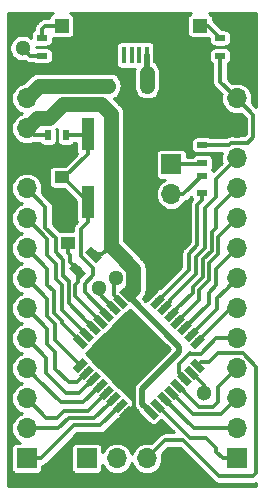
<source format=gbr>
G04 #@! TF.GenerationSoftware,KiCad,Pcbnew,(5.1.2)-1*
G04 #@! TF.CreationDate,2019-07-20T20:07:49-05:00*
G04 #@! TF.ProjectId,rSTM32F030K6T6,7253544d-3332-4463-9033-304b3654362e,rev?*
G04 #@! TF.SameCoordinates,Original*
G04 #@! TF.FileFunction,Copper,L1,Top*
G04 #@! TF.FilePolarity,Positive*
%FSLAX46Y46*%
G04 Gerber Fmt 4.6, Leading zero omitted, Abs format (unit mm)*
G04 Created by KiCad (PCBNEW (5.1.2)-1) date 2019-07-20 20:07:49*
%MOMM*%
%LPD*%
G04 APERTURE LIST*
%ADD10C,1.000000*%
%ADD11C,0.100000*%
%ADD12R,1.250000X1.000000*%
%ADD13R,0.900000X1.200000*%
%ADD14R,1.200000X1.200000*%
%ADD15R,0.450000X1.380000*%
%ADD16R,1.475000X2.100000*%
%ADD17R,2.375000X1.900000*%
%ADD18R,1.175000X1.900000*%
%ADD19O,1.700000X1.700000*%
%ADD20R,1.700000X1.700000*%
%ADD21C,0.700000*%
%ADD22R,0.900000X0.500000*%
%ADD23R,0.500000X0.900000*%
%ADD24R,1.000000X2.750000*%
%ADD25C,0.600000*%
%ADD26C,1.300000*%
%ADD27C,1.300000*%
%ADD28C,0.350000*%
%ADD29C,0.500000*%
%ADD30C,0.250000*%
G04 APERTURE END LIST*
D10*
X45892893Y-58907107D03*
D11*
G36*
X45981281Y-59702602D02*
G01*
X45097398Y-58818719D01*
X45804505Y-58111612D01*
X46688388Y-58995495D01*
X45981281Y-59702602D01*
X45981281Y-59702602D01*
G37*
D10*
X47307107Y-57492893D03*
D11*
G36*
X47395495Y-58288388D02*
G01*
X46511612Y-57404505D01*
X47218719Y-56697398D01*
X48102602Y-57581281D01*
X47395495Y-58288388D01*
X47395495Y-58288388D01*
G37*
D12*
X41600000Y-57950000D03*
X41600000Y-55950000D03*
X41050000Y-50400000D03*
X41050000Y-52400000D03*
D13*
X48300000Y-44650000D03*
X45000000Y-44650000D03*
D14*
X52770000Y-41750000D03*
X52770000Y-39550000D03*
X41050000Y-39550000D03*
X41050000Y-41750000D03*
D15*
X48290000Y-42030000D03*
X47640000Y-42030000D03*
X46990000Y-42030000D03*
X46340000Y-42030000D03*
X45690000Y-42030000D03*
D16*
X49452500Y-41670000D03*
X44527500Y-41670000D03*
D17*
X49900000Y-39370000D03*
X44080000Y-39370000D03*
D18*
X47830000Y-39370000D03*
X46150000Y-39370000D03*
D19*
X50800000Y-76200000D03*
X48260000Y-76200000D03*
X45720000Y-76200000D03*
D20*
X43180000Y-76200000D03*
X38100000Y-76200000D03*
D19*
X38100000Y-73660000D03*
X38100000Y-71120000D03*
X38100000Y-68580000D03*
X38100000Y-66040000D03*
X38100000Y-63500000D03*
X38100000Y-60960000D03*
X38100000Y-58420000D03*
X38100000Y-55880000D03*
X38100000Y-53340000D03*
X38100000Y-50800000D03*
X38100000Y-48260000D03*
X38100000Y-45720000D03*
X55880000Y-45720000D03*
X55880000Y-48260000D03*
X55880000Y-50800000D03*
X55880000Y-53340000D03*
X55880000Y-55880000D03*
X55880000Y-58420000D03*
X55880000Y-60960000D03*
X55880000Y-63500000D03*
X55880000Y-66040000D03*
X55880000Y-68580000D03*
X55880000Y-71120000D03*
X55880000Y-73660000D03*
D20*
X55880000Y-76200000D03*
D19*
X50350000Y-56380000D03*
X50350000Y-53840000D03*
D20*
X50350000Y-51300000D03*
D21*
X43771751Y-58928249D03*
D11*
G36*
X43559619Y-58221142D02*
G01*
X44478858Y-59140381D01*
X43983883Y-59635356D01*
X43064644Y-58716117D01*
X43559619Y-58221142D01*
X43559619Y-58221142D01*
G37*
D21*
X42428249Y-60271751D03*
D11*
G36*
X42216117Y-59564644D02*
G01*
X43135356Y-60483883D01*
X42640381Y-60978858D01*
X41721142Y-60059619D01*
X42216117Y-59564644D01*
X42216117Y-59564644D01*
G37*
D22*
X54470000Y-40600000D03*
X54470000Y-42100000D03*
X52950000Y-51150000D03*
X52950000Y-49650000D03*
X52950000Y-53750000D03*
X52950000Y-52250000D03*
D23*
X41400000Y-48850000D03*
X39900000Y-48850000D03*
D22*
X39370000Y-40600000D03*
X39370000Y-42100000D03*
D24*
X47250000Y-48720000D03*
X47250000Y-54480000D03*
X43250000Y-54480000D03*
X43250000Y-48720000D03*
D25*
X48625305Y-62314897D03*
D11*
G36*
X48413173Y-62951293D02*
G01*
X47988909Y-62527029D01*
X48837437Y-61678501D01*
X49261701Y-62102765D01*
X48413173Y-62951293D01*
X48413173Y-62951293D01*
G37*
D25*
X49190990Y-62880583D03*
D11*
G36*
X48978858Y-63516979D02*
G01*
X48554594Y-63092715D01*
X49403122Y-62244187D01*
X49827386Y-62668451D01*
X48978858Y-63516979D01*
X48978858Y-63516979D01*
G37*
D25*
X49756676Y-63446268D03*
D11*
G36*
X49544544Y-64082664D02*
G01*
X49120280Y-63658400D01*
X49968808Y-62809872D01*
X50393072Y-63234136D01*
X49544544Y-64082664D01*
X49544544Y-64082664D01*
G37*
D25*
X50322361Y-64011953D03*
D11*
G36*
X50110229Y-64648349D02*
G01*
X49685965Y-64224085D01*
X50534493Y-63375557D01*
X50958757Y-63799821D01*
X50110229Y-64648349D01*
X50110229Y-64648349D01*
G37*
D25*
X50888047Y-64577639D03*
D11*
G36*
X50675915Y-65214035D02*
G01*
X50251651Y-64789771D01*
X51100179Y-63941243D01*
X51524443Y-64365507D01*
X50675915Y-65214035D01*
X50675915Y-65214035D01*
G37*
D25*
X51453732Y-65143324D03*
D11*
G36*
X51241600Y-65779720D02*
G01*
X50817336Y-65355456D01*
X51665864Y-64506928D01*
X52090128Y-64931192D01*
X51241600Y-65779720D01*
X51241600Y-65779720D01*
G37*
D25*
X52019417Y-65709010D03*
D11*
G36*
X51807285Y-66345406D02*
G01*
X51383021Y-65921142D01*
X52231549Y-65072614D01*
X52655813Y-65496878D01*
X51807285Y-66345406D01*
X51807285Y-66345406D01*
G37*
D25*
X52585103Y-66274695D03*
D11*
G36*
X52372971Y-66911091D02*
G01*
X51948707Y-66486827D01*
X52797235Y-65638299D01*
X53221499Y-66062563D01*
X52372971Y-66911091D01*
X52372971Y-66911091D01*
G37*
D25*
X52585103Y-68325305D03*
D11*
G36*
X51948707Y-68113173D02*
G01*
X52372971Y-67688909D01*
X53221499Y-68537437D01*
X52797235Y-68961701D01*
X51948707Y-68113173D01*
X51948707Y-68113173D01*
G37*
D25*
X52019417Y-68890990D03*
D11*
G36*
X51383021Y-68678858D02*
G01*
X51807285Y-68254594D01*
X52655813Y-69103122D01*
X52231549Y-69527386D01*
X51383021Y-68678858D01*
X51383021Y-68678858D01*
G37*
D25*
X51453732Y-69456676D03*
D11*
G36*
X50817336Y-69244544D02*
G01*
X51241600Y-68820280D01*
X52090128Y-69668808D01*
X51665864Y-70093072D01*
X50817336Y-69244544D01*
X50817336Y-69244544D01*
G37*
D25*
X50888047Y-70022361D03*
D11*
G36*
X50251651Y-69810229D02*
G01*
X50675915Y-69385965D01*
X51524443Y-70234493D01*
X51100179Y-70658757D01*
X50251651Y-69810229D01*
X50251651Y-69810229D01*
G37*
D25*
X50322361Y-70588047D03*
D11*
G36*
X49685965Y-70375915D02*
G01*
X50110229Y-69951651D01*
X50958757Y-70800179D01*
X50534493Y-71224443D01*
X49685965Y-70375915D01*
X49685965Y-70375915D01*
G37*
D25*
X49756676Y-71153732D03*
D11*
G36*
X49120280Y-70941600D02*
G01*
X49544544Y-70517336D01*
X50393072Y-71365864D01*
X49968808Y-71790128D01*
X49120280Y-70941600D01*
X49120280Y-70941600D01*
G37*
D25*
X49190990Y-71719417D03*
D11*
G36*
X48554594Y-71507285D02*
G01*
X48978858Y-71083021D01*
X49827386Y-71931549D01*
X49403122Y-72355813D01*
X48554594Y-71507285D01*
X48554594Y-71507285D01*
G37*
D25*
X48625305Y-72285103D03*
D11*
G36*
X47988909Y-72072971D02*
G01*
X48413173Y-71648707D01*
X49261701Y-72497235D01*
X48837437Y-72921499D01*
X47988909Y-72072971D01*
X47988909Y-72072971D01*
G37*
D25*
X46574695Y-72285103D03*
D11*
G36*
X46362563Y-72921499D02*
G01*
X45938299Y-72497235D01*
X46786827Y-71648707D01*
X47211091Y-72072971D01*
X46362563Y-72921499D01*
X46362563Y-72921499D01*
G37*
D25*
X46009010Y-71719417D03*
D11*
G36*
X45796878Y-72355813D02*
G01*
X45372614Y-71931549D01*
X46221142Y-71083021D01*
X46645406Y-71507285D01*
X45796878Y-72355813D01*
X45796878Y-72355813D01*
G37*
D25*
X45443324Y-71153732D03*
D11*
G36*
X45231192Y-71790128D02*
G01*
X44806928Y-71365864D01*
X45655456Y-70517336D01*
X46079720Y-70941600D01*
X45231192Y-71790128D01*
X45231192Y-71790128D01*
G37*
D25*
X44877639Y-70588047D03*
D11*
G36*
X44665507Y-71224443D02*
G01*
X44241243Y-70800179D01*
X45089771Y-69951651D01*
X45514035Y-70375915D01*
X44665507Y-71224443D01*
X44665507Y-71224443D01*
G37*
D25*
X44311953Y-70022361D03*
D11*
G36*
X44099821Y-70658757D02*
G01*
X43675557Y-70234493D01*
X44524085Y-69385965D01*
X44948349Y-69810229D01*
X44099821Y-70658757D01*
X44099821Y-70658757D01*
G37*
D25*
X43746268Y-69456676D03*
D11*
G36*
X43534136Y-70093072D02*
G01*
X43109872Y-69668808D01*
X43958400Y-68820280D01*
X44382664Y-69244544D01*
X43534136Y-70093072D01*
X43534136Y-70093072D01*
G37*
D25*
X43180583Y-68890990D03*
D11*
G36*
X42968451Y-69527386D02*
G01*
X42544187Y-69103122D01*
X43392715Y-68254594D01*
X43816979Y-68678858D01*
X42968451Y-69527386D01*
X42968451Y-69527386D01*
G37*
D25*
X42614897Y-68325305D03*
D11*
G36*
X42402765Y-68961701D02*
G01*
X41978501Y-68537437D01*
X42827029Y-67688909D01*
X43251293Y-68113173D01*
X42402765Y-68961701D01*
X42402765Y-68961701D01*
G37*
D25*
X42614897Y-66274695D03*
D11*
G36*
X41978501Y-66062563D02*
G01*
X42402765Y-65638299D01*
X43251293Y-66486827D01*
X42827029Y-66911091D01*
X41978501Y-66062563D01*
X41978501Y-66062563D01*
G37*
D25*
X43180583Y-65709010D03*
D11*
G36*
X42544187Y-65496878D02*
G01*
X42968451Y-65072614D01*
X43816979Y-65921142D01*
X43392715Y-66345406D01*
X42544187Y-65496878D01*
X42544187Y-65496878D01*
G37*
D25*
X43746268Y-65143324D03*
D11*
G36*
X43109872Y-64931192D02*
G01*
X43534136Y-64506928D01*
X44382664Y-65355456D01*
X43958400Y-65779720D01*
X43109872Y-64931192D01*
X43109872Y-64931192D01*
G37*
D25*
X44311953Y-64577639D03*
D11*
G36*
X43675557Y-64365507D02*
G01*
X44099821Y-63941243D01*
X44948349Y-64789771D01*
X44524085Y-65214035D01*
X43675557Y-64365507D01*
X43675557Y-64365507D01*
G37*
D25*
X44877639Y-64011953D03*
D11*
G36*
X44241243Y-63799821D02*
G01*
X44665507Y-63375557D01*
X45514035Y-64224085D01*
X45089771Y-64648349D01*
X44241243Y-63799821D01*
X44241243Y-63799821D01*
G37*
D25*
X45443324Y-63446268D03*
D11*
G36*
X44806928Y-63234136D02*
G01*
X45231192Y-62809872D01*
X46079720Y-63658400D01*
X45655456Y-64082664D01*
X44806928Y-63234136D01*
X44806928Y-63234136D01*
G37*
D25*
X46009010Y-62880583D03*
D11*
G36*
X45372614Y-62668451D02*
G01*
X45796878Y-62244187D01*
X46645406Y-63092715D01*
X46221142Y-63516979D01*
X45372614Y-62668451D01*
X45372614Y-62668451D01*
G37*
D25*
X46574695Y-62314897D03*
D11*
G36*
X45938299Y-62102765D02*
G01*
X46362563Y-61678501D01*
X47211091Y-62527029D01*
X46786827Y-62951293D01*
X45938299Y-62102765D01*
X45938299Y-62102765D01*
G37*
D26*
X53150000Y-70650000D03*
X37750000Y-41450000D03*
X44200000Y-61800000D03*
X45625000Y-60900000D03*
D27*
X39170000Y-44650000D02*
X38100000Y-45720000D01*
X45000000Y-44650000D02*
X39170000Y-44650000D01*
D28*
X38690000Y-48850000D02*
X38100000Y-48260000D01*
X39900000Y-48850000D02*
X38690000Y-48850000D01*
D27*
X38949999Y-47410001D02*
X39989999Y-47410001D01*
X38100000Y-48260000D02*
X38949999Y-47410001D01*
X39989999Y-47410001D02*
X41200000Y-46200000D01*
X41200000Y-46200000D02*
X44400000Y-46200000D01*
X44400000Y-46200000D02*
X45200000Y-47000000D01*
X45200000Y-58214214D02*
X45892893Y-58907107D01*
X45200000Y-47000000D02*
X45200000Y-58214214D01*
X47125001Y-60139215D02*
X47125001Y-61874999D01*
X45892893Y-58907107D02*
X47125001Y-60139215D01*
X47014593Y-61874999D02*
X46822191Y-62067401D01*
X47125001Y-61874999D02*
X47014593Y-61874999D01*
D28*
X44485965Y-58928249D02*
X45200000Y-58214214D01*
X43771751Y-58928249D02*
X44485965Y-58928249D01*
D29*
X48625305Y-72285103D02*
X47900000Y-71559798D01*
X47900000Y-71559798D02*
X47900000Y-70300000D01*
X47900000Y-70300000D02*
X51000000Y-67200000D01*
X51000000Y-66740202D02*
X46574695Y-62314897D01*
X51000000Y-67200000D02*
X51000000Y-66740202D01*
D28*
X55216998Y-49650000D02*
X55366998Y-49500000D01*
X52950000Y-49650000D02*
X55216998Y-49650000D01*
X55366998Y-49500000D02*
X56800000Y-49500000D01*
X56800000Y-49500000D02*
X57300000Y-49000000D01*
X57300000Y-47140000D02*
X55880000Y-45720000D01*
X57300000Y-49000000D02*
X57300000Y-47140000D01*
X54470000Y-44310000D02*
X55880000Y-45720000D01*
X54470000Y-42100000D02*
X54470000Y-44310000D01*
X41897920Y-59741422D02*
X41897920Y-59702080D01*
X42428249Y-60271751D02*
X41897920Y-59741422D01*
X41600000Y-58800000D02*
X41600000Y-57950000D01*
X41750010Y-58950010D02*
X41600000Y-58800000D01*
X41750010Y-59554170D02*
X41750010Y-58950010D01*
X41897920Y-59702080D02*
X41750010Y-59554170D01*
X42428249Y-60271751D02*
X42428249Y-61271771D01*
X42428249Y-61271771D02*
X42200020Y-61500000D01*
X42200020Y-62465706D02*
X44311953Y-64577639D01*
X42200020Y-61500000D02*
X42200020Y-62465706D01*
X43120000Y-48850000D02*
X43250000Y-48720000D01*
X41400000Y-48850000D02*
X43120000Y-48850000D01*
X43250000Y-50445000D02*
X43250000Y-48720000D01*
X41295000Y-52400000D02*
X43250000Y-50445000D01*
X41050000Y-52400000D02*
X41295000Y-52400000D01*
X43250000Y-56205000D02*
X43250000Y-54480000D01*
X42689634Y-56765366D02*
X43250000Y-56205000D01*
X44877639Y-64011953D02*
X43000000Y-62134314D01*
X43000000Y-62134314D02*
X43000000Y-61400000D01*
X43000000Y-61400000D02*
X43700000Y-60700000D01*
X43700000Y-60700000D02*
X43700000Y-60100000D01*
X43700000Y-60100000D02*
X42689634Y-59089634D01*
X42689634Y-59089634D02*
X42689634Y-56765366D01*
X41170000Y-52400000D02*
X43250000Y-54480000D01*
X41050000Y-52400000D02*
X41170000Y-52400000D01*
D27*
X48300000Y-44650000D02*
X48300000Y-43570001D01*
D29*
X48290000Y-43560001D02*
X48300000Y-43570001D01*
X48290000Y-42030000D02*
X48290000Y-43560001D01*
D28*
X53420000Y-39550000D02*
X54470000Y-40600000D01*
X52770000Y-39550000D02*
X53420000Y-39550000D01*
X39370000Y-40600000D02*
X39370000Y-39830000D01*
X39650000Y-39550000D02*
X41050000Y-39550000D01*
X39370000Y-39830000D02*
X39650000Y-39550000D01*
X52867945Y-68042463D02*
X53557537Y-68042463D01*
X52585103Y-68325305D02*
X52867945Y-68042463D01*
X54334999Y-67265001D02*
X56384999Y-67265001D01*
X53557537Y-68042463D02*
X54334999Y-67265001D01*
X56384999Y-67265001D02*
X57550000Y-68430002D01*
X57550000Y-68430002D02*
X57550000Y-77400000D01*
X57550000Y-77400000D02*
X57250000Y-77700000D01*
X54393742Y-77700000D02*
X51343742Y-74650000D01*
X57250000Y-77700000D02*
X54393742Y-77700000D01*
X49810000Y-74650000D02*
X48260000Y-76200000D01*
X51343742Y-74650000D02*
X49810000Y-74650000D01*
X52514391Y-69385964D02*
X52535964Y-69385964D01*
X52019417Y-68890990D02*
X52514391Y-69385964D01*
X52535964Y-69385964D02*
X53150000Y-70000000D01*
X53150000Y-70000000D02*
X53150000Y-70650000D01*
X39300000Y-76200000D02*
X42100000Y-73400000D01*
X38100000Y-76200000D02*
X39300000Y-76200000D01*
X44328427Y-73400000D02*
X46009010Y-71719417D01*
X42100000Y-73400000D02*
X44328427Y-73400000D01*
X44948350Y-71648706D02*
X44948350Y-71651650D01*
X45443324Y-71153732D02*
X44948350Y-71648706D01*
X44948350Y-71651650D02*
X43800000Y-72800000D01*
X43800000Y-72800000D02*
X41650000Y-72800000D01*
X40790000Y-73660000D02*
X38100000Y-73660000D01*
X41650000Y-72800000D02*
X40790000Y-73660000D01*
X44382665Y-71083021D02*
X44366979Y-71083021D01*
X44877639Y-70588047D02*
X44382665Y-71083021D01*
X44366979Y-71083021D02*
X43300000Y-72150000D01*
X43300000Y-72150000D02*
X41300000Y-72150000D01*
X41300000Y-72150000D02*
X40700000Y-72750000D01*
X39730000Y-72750000D02*
X38100000Y-71120000D01*
X40700000Y-72750000D02*
X39730000Y-72750000D01*
X38949999Y-69429999D02*
X38100000Y-68580000D01*
X40970000Y-71450000D02*
X38949999Y-69429999D01*
X42884314Y-71450000D02*
X40970000Y-71450000D01*
X44311953Y-70022361D02*
X42884314Y-71450000D01*
X43251294Y-69951650D02*
X43248350Y-69951650D01*
X43746268Y-69456676D02*
X43251294Y-69951650D01*
X43248350Y-69951650D02*
X42550000Y-70650000D01*
X42550000Y-70650000D02*
X41450000Y-70650000D01*
X41450000Y-70650000D02*
X39750000Y-68950000D01*
X39750000Y-67690000D02*
X38100000Y-66040000D01*
X39750000Y-68950000D02*
X39750000Y-67690000D01*
X42685609Y-69385964D02*
X42685609Y-69414391D01*
X43180583Y-68890990D02*
X42685609Y-69385964D01*
X42685609Y-69414391D02*
X42350000Y-69750000D01*
X42350000Y-69750000D02*
X41650000Y-69750000D01*
X41650000Y-69750000D02*
X40500000Y-68600000D01*
X40500000Y-68600000D02*
X40500000Y-67200000D01*
X40500000Y-67200000D02*
X39800000Y-66500000D01*
X39800000Y-65200000D02*
X38100000Y-63500000D01*
X39800000Y-66500000D02*
X39800000Y-65200000D01*
X37750000Y-41450000D02*
X38400000Y-42100000D01*
X38400000Y-42100000D02*
X39370000Y-42100000D01*
X42332055Y-68042463D02*
X42332055Y-68032055D01*
X42614897Y-68325305D02*
X42332055Y-68042463D01*
X42332055Y-68032055D02*
X40500000Y-66200000D01*
X40500000Y-66200000D02*
X40500000Y-64800000D01*
X40500000Y-64800000D02*
X39850000Y-64150000D01*
X39850000Y-62710000D02*
X38100000Y-60960000D01*
X39850000Y-64150000D02*
X39850000Y-62710000D01*
X42614897Y-66274695D02*
X41050010Y-64709808D01*
X40400010Y-63922179D02*
X40400010Y-62050010D01*
X41050010Y-64709808D02*
X41050010Y-64572179D01*
X41050010Y-64572179D02*
X40400010Y-63922179D01*
X40400010Y-62050010D02*
X39850000Y-61500000D01*
X39850000Y-60170000D02*
X38100000Y-58420000D01*
X39850000Y-61500000D02*
X39850000Y-60170000D01*
X41100000Y-63628427D02*
X41100000Y-61550000D01*
X43180583Y-65709010D02*
X41100000Y-63628427D01*
X41100000Y-61550000D02*
X40550000Y-61000000D01*
X40550000Y-61000000D02*
X40550000Y-59700000D01*
X40550000Y-59700000D02*
X39850000Y-59000000D01*
X39850000Y-57630000D02*
X38100000Y-55880000D01*
X39850000Y-59000000D02*
X39850000Y-57630000D01*
X43251294Y-64648350D02*
X43248350Y-64648350D01*
X43746268Y-65143324D02*
X43251294Y-64648350D01*
X41650010Y-63050010D02*
X41650010Y-61200010D01*
X43248350Y-64648350D02*
X41650010Y-63050010D01*
X41650010Y-61200010D02*
X41200000Y-60750000D01*
X41200000Y-60750000D02*
X41200000Y-59400000D01*
X41200000Y-59400000D02*
X40550000Y-58750000D01*
X40550000Y-57552169D02*
X39650000Y-56652169D01*
X40550000Y-58750000D02*
X40550000Y-57552169D01*
X39650000Y-54890000D02*
X38100000Y-53340000D01*
X39650000Y-56652169D02*
X39650000Y-54890000D01*
X54150000Y-52530000D02*
X55880000Y-50800000D01*
X53199980Y-55000020D02*
X54150000Y-54050000D01*
X50251650Y-62951294D02*
X50251650Y-62748350D01*
X50251650Y-62748350D02*
X52400000Y-60600000D01*
X49756676Y-63446268D02*
X50251650Y-62951294D01*
X52400000Y-60600000D02*
X52400000Y-59172170D01*
X52400000Y-59172170D02*
X53199980Y-58372190D01*
X54150000Y-54050000D02*
X54150000Y-52530000D01*
X53199980Y-58372190D02*
X53199980Y-55000020D01*
X50817335Y-63516979D02*
X50817335Y-63482665D01*
X50322361Y-64011953D02*
X50817335Y-63516979D01*
X52149990Y-62150010D02*
X52149990Y-61650010D01*
X50817335Y-63482665D02*
X52149990Y-62150010D01*
X52999990Y-60800010D02*
X52999990Y-59350010D01*
X52149990Y-61650010D02*
X52999990Y-60800010D01*
X53749990Y-58600010D02*
X53749990Y-57050010D01*
X52999990Y-59350010D02*
X53749990Y-58600010D01*
X53749990Y-57050010D02*
X54100000Y-56700000D01*
X54100000Y-55120000D02*
X55880000Y-53340000D01*
X54100000Y-56700000D02*
X54100000Y-55120000D01*
X52700000Y-62765686D02*
X52700000Y-61950000D01*
X50888047Y-64577639D02*
X52700000Y-62765686D01*
X52700000Y-61950000D02*
X53550000Y-61100000D01*
X53550000Y-61100000D02*
X53550000Y-59650000D01*
X53550000Y-59650000D02*
X54300000Y-58900000D01*
X54300000Y-57460000D02*
X55400000Y-56360000D01*
X54300000Y-58900000D02*
X54300000Y-57460000D01*
X55400000Y-56360000D02*
X55880000Y-55880000D01*
X51453732Y-65143324D02*
X53500000Y-63097056D01*
X53500000Y-63097056D02*
X53500000Y-62200000D01*
X53500000Y-62200000D02*
X54150000Y-61550000D01*
X54150000Y-60150000D02*
X55880000Y-58420000D01*
X54150000Y-61550000D02*
X54150000Y-60150000D01*
X55030001Y-61809999D02*
X55880000Y-60960000D01*
X54200000Y-62640000D02*
X55030001Y-61809999D01*
X54200000Y-63528427D02*
X54200000Y-62640000D01*
X52019417Y-65709010D02*
X54200000Y-63528427D01*
X55359798Y-63500000D02*
X55880000Y-63500000D01*
X52585103Y-66274695D02*
X55359798Y-63500000D01*
X50958758Y-68961702D02*
X50958758Y-68241242D01*
X51453732Y-69456676D02*
X50958758Y-68961702D01*
X50958758Y-68241242D02*
X51900000Y-67300000D01*
X51913899Y-67313899D02*
X52886101Y-67313899D01*
X51900000Y-67300000D02*
X51913899Y-67313899D01*
X54160000Y-66040000D02*
X55880000Y-66040000D01*
X52886101Y-67313899D02*
X54160000Y-66040000D01*
X54300000Y-70160000D02*
X55880000Y-68580000D01*
X51383021Y-70517335D02*
X51383021Y-70533021D01*
X50888047Y-70022361D02*
X51383021Y-70517335D01*
X51383021Y-70533021D02*
X52700000Y-71850000D01*
X52700000Y-71850000D02*
X53850000Y-71850000D01*
X53850000Y-71850000D02*
X54300000Y-71400000D01*
X54300000Y-71400000D02*
X54300000Y-70160000D01*
X54550000Y-72450000D02*
X55880000Y-71120000D01*
X50322361Y-70588047D02*
X52184314Y-72450000D01*
X52184314Y-72450000D02*
X54550000Y-72450000D01*
X52262944Y-73660000D02*
X55880000Y-73660000D01*
X49756676Y-71153732D02*
X52262944Y-73660000D01*
X49190990Y-71719417D02*
X51921573Y-74450000D01*
X51921573Y-74450000D02*
X53250000Y-74450000D01*
X53250000Y-74450000D02*
X54100000Y-75300000D01*
X54680000Y-76200000D02*
X55880000Y-76200000D01*
X54100000Y-75620000D02*
X54680000Y-76200000D01*
X54100000Y-75300000D02*
X54100000Y-75620000D01*
X51360000Y-53840000D02*
X52950000Y-52250000D01*
X50350000Y-53840000D02*
X51360000Y-53840000D01*
X50150000Y-51100000D02*
X50350000Y-51300000D01*
X52800000Y-51300000D02*
X52950000Y-51150000D01*
X50350000Y-51300000D02*
X52800000Y-51300000D01*
X52950000Y-54350000D02*
X52550000Y-54750000D01*
X52950000Y-53750000D02*
X52950000Y-54350000D01*
X52550000Y-54750000D02*
X52550000Y-58150000D01*
X51849990Y-58850010D02*
X51849990Y-60250010D01*
X52550000Y-58150000D02*
X51849990Y-58850010D01*
X51821563Y-60250010D02*
X49190990Y-62880583D01*
X51849990Y-60250010D02*
X51821563Y-60250010D01*
X45443324Y-63446268D02*
X44200000Y-62202944D01*
X44200000Y-62202944D02*
X44200000Y-61800000D01*
X45514036Y-61010964D02*
X45625000Y-60900000D01*
X46009010Y-62880583D02*
X45514036Y-62385609D01*
X45514036Y-62385609D02*
X45514036Y-61010964D01*
D30*
G36*
X40267346Y-38509034D02*
G01*
X40184827Y-38553141D01*
X40112499Y-38612499D01*
X40053141Y-38684827D01*
X40009034Y-38767346D01*
X39981873Y-38856884D01*
X39977627Y-38900000D01*
X39681924Y-38900000D01*
X39650000Y-38896856D01*
X39618076Y-38900000D01*
X39618068Y-38900000D01*
X39522578Y-38909405D01*
X39400052Y-38946573D01*
X39287132Y-39006930D01*
X39188157Y-39088157D01*
X39167796Y-39112967D01*
X38932958Y-39347804D01*
X38908158Y-39368157D01*
X38887805Y-39392957D01*
X38887802Y-39392960D01*
X38826930Y-39467132D01*
X38766573Y-39580053D01*
X38751312Y-39630362D01*
X38729405Y-39702578D01*
X38720000Y-39798068D01*
X38720000Y-39798079D01*
X38716856Y-39830000D01*
X38720000Y-39861921D01*
X38720000Y-39918306D01*
X38654827Y-39953141D01*
X38582499Y-40012499D01*
X38523141Y-40084827D01*
X38479034Y-40167346D01*
X38451873Y-40256884D01*
X38442702Y-40350000D01*
X38442702Y-40559824D01*
X38282887Y-40453038D01*
X38078150Y-40368233D01*
X37860803Y-40325000D01*
X37639197Y-40325000D01*
X37421850Y-40368233D01*
X37217113Y-40453038D01*
X37032855Y-40576156D01*
X36876156Y-40732855D01*
X36753038Y-40917113D01*
X36668233Y-41121850D01*
X36625000Y-41339197D01*
X36625000Y-41560803D01*
X36668233Y-41778150D01*
X36753038Y-41982887D01*
X36876156Y-42167145D01*
X37032855Y-42323844D01*
X37217113Y-42446962D01*
X37421850Y-42531767D01*
X37639197Y-42575000D01*
X37860803Y-42575000D01*
X37936584Y-42559926D01*
X37938157Y-42561843D01*
X38037132Y-42643070D01*
X38150052Y-42703427D01*
X38272578Y-42740595D01*
X38368068Y-42750000D01*
X38368076Y-42750000D01*
X38400000Y-42753144D01*
X38431924Y-42750000D01*
X38660703Y-42750000D01*
X38737346Y-42790966D01*
X38826884Y-42818127D01*
X38920000Y-42827298D01*
X39820000Y-42827298D01*
X39913116Y-42818127D01*
X40002654Y-42790966D01*
X40085173Y-42746859D01*
X40157501Y-42687501D01*
X40216859Y-42615173D01*
X40260966Y-42532654D01*
X40288127Y-42443116D01*
X40297298Y-42350000D01*
X40297298Y-41850000D01*
X40288127Y-41756884D01*
X40260966Y-41667346D01*
X40216859Y-41584827D01*
X40157501Y-41512499D01*
X40085173Y-41453141D01*
X40002654Y-41409034D01*
X39913116Y-41381873D01*
X39820000Y-41372702D01*
X38920000Y-41372702D01*
X38875000Y-41377134D01*
X38875000Y-41340000D01*
X45637702Y-41340000D01*
X45637702Y-42720000D01*
X45646873Y-42813116D01*
X45674034Y-42902654D01*
X45718141Y-42985173D01*
X45777499Y-43057501D01*
X45849827Y-43116859D01*
X45932346Y-43160966D01*
X46021884Y-43188127D01*
X46115000Y-43197298D01*
X46565000Y-43197298D01*
X46658116Y-43188127D01*
X46665000Y-43186039D01*
X46671884Y-43188127D01*
X46765000Y-43197298D01*
X47215000Y-43197298D01*
X47238129Y-43195020D01*
X47191278Y-43349463D01*
X47175000Y-43514737D01*
X47175000Y-44705263D01*
X47191278Y-44870537D01*
X47255607Y-45082601D01*
X47360071Y-45278040D01*
X47377563Y-45299354D01*
X47381873Y-45343116D01*
X47409034Y-45432654D01*
X47453141Y-45515173D01*
X47512499Y-45587501D01*
X47584827Y-45646859D01*
X47667346Y-45690966D01*
X47756884Y-45718127D01*
X47850000Y-45727298D01*
X47975871Y-45727298D01*
X48079462Y-45758722D01*
X48300000Y-45780443D01*
X48520537Y-45758722D01*
X48624128Y-45727298D01*
X48750000Y-45727298D01*
X48843116Y-45718127D01*
X48932654Y-45690966D01*
X49015173Y-45646859D01*
X49087501Y-45587501D01*
X49146859Y-45515173D01*
X49190966Y-45432654D01*
X49218127Y-45343116D01*
X49222437Y-45299354D01*
X49239929Y-45278040D01*
X49344393Y-45082602D01*
X49408722Y-44870538D01*
X49425000Y-44705264D01*
X49425000Y-43514737D01*
X49408722Y-43349463D01*
X49344393Y-43137399D01*
X49239929Y-42941961D01*
X49099344Y-42770657D01*
X49015000Y-42701438D01*
X49015000Y-41994393D01*
X49004509Y-41887875D01*
X48992298Y-41847620D01*
X48992298Y-41340000D01*
X48983127Y-41246884D01*
X48955966Y-41157346D01*
X48911859Y-41074827D01*
X48852501Y-41002499D01*
X48780173Y-40943141D01*
X48697654Y-40899034D01*
X48608116Y-40871873D01*
X48515000Y-40862702D01*
X48065000Y-40862702D01*
X47971884Y-40871873D01*
X47965000Y-40873961D01*
X47958116Y-40871873D01*
X47865000Y-40862702D01*
X47415000Y-40862702D01*
X47321884Y-40871873D01*
X47315000Y-40873961D01*
X47308116Y-40871873D01*
X47215000Y-40862702D01*
X46765000Y-40862702D01*
X46671884Y-40871873D01*
X46665000Y-40873961D01*
X46658116Y-40871873D01*
X46565000Y-40862702D01*
X46115000Y-40862702D01*
X46021884Y-40871873D01*
X45932346Y-40899034D01*
X45849827Y-40943141D01*
X45777499Y-41002499D01*
X45718141Y-41074827D01*
X45674034Y-41157346D01*
X45646873Y-41246884D01*
X45637702Y-41340000D01*
X38875000Y-41340000D01*
X38875000Y-41339197D01*
X38871687Y-41322540D01*
X38920000Y-41327298D01*
X39820000Y-41327298D01*
X39913116Y-41318127D01*
X40002654Y-41290966D01*
X40085173Y-41246859D01*
X40157501Y-41187501D01*
X40216859Y-41115173D01*
X40260966Y-41032654D01*
X40288127Y-40943116D01*
X40297298Y-40850000D01*
X40297298Y-40600052D01*
X40356884Y-40618127D01*
X40450000Y-40627298D01*
X41650000Y-40627298D01*
X41743116Y-40618127D01*
X41832654Y-40590966D01*
X41915173Y-40546859D01*
X41987501Y-40487501D01*
X42046859Y-40415173D01*
X42090966Y-40332654D01*
X42118127Y-40243116D01*
X42127298Y-40150000D01*
X42127298Y-38950000D01*
X42118127Y-38856884D01*
X42090966Y-38767346D01*
X42046859Y-38684827D01*
X41987501Y-38612499D01*
X41915173Y-38553141D01*
X41832654Y-38509034D01*
X41802873Y-38500000D01*
X52017127Y-38500000D01*
X51987346Y-38509034D01*
X51904827Y-38553141D01*
X51832499Y-38612499D01*
X51773141Y-38684827D01*
X51729034Y-38767346D01*
X51701873Y-38856884D01*
X51692702Y-38950000D01*
X51692702Y-40150000D01*
X51701873Y-40243116D01*
X51729034Y-40332654D01*
X51773141Y-40415173D01*
X51832499Y-40487501D01*
X51904827Y-40546859D01*
X51987346Y-40590966D01*
X52076884Y-40618127D01*
X52170000Y-40627298D01*
X53370000Y-40627298D01*
X53463116Y-40618127D01*
X53542702Y-40593985D01*
X53542702Y-40850000D01*
X53551873Y-40943116D01*
X53579034Y-41032654D01*
X53623141Y-41115173D01*
X53682499Y-41187501D01*
X53754827Y-41246859D01*
X53837346Y-41290966D01*
X53926884Y-41318127D01*
X54020000Y-41327298D01*
X54920000Y-41327298D01*
X55013116Y-41318127D01*
X55102654Y-41290966D01*
X55185173Y-41246859D01*
X55257501Y-41187501D01*
X55316859Y-41115173D01*
X55360966Y-41032654D01*
X55388127Y-40943116D01*
X55397298Y-40850000D01*
X55397298Y-40350000D01*
X55388127Y-40256884D01*
X55360966Y-40167346D01*
X55316859Y-40084827D01*
X55257501Y-40012499D01*
X55185173Y-39953141D01*
X55102654Y-39909034D01*
X55013116Y-39881873D01*
X54920000Y-39872702D01*
X54661941Y-39872702D01*
X53902200Y-39112962D01*
X53881843Y-39088157D01*
X53847298Y-39059807D01*
X53847298Y-38950000D01*
X53838127Y-38856884D01*
X53810966Y-38767346D01*
X53766859Y-38684827D01*
X53707501Y-38612499D01*
X53635173Y-38553141D01*
X53552654Y-38509034D01*
X53522873Y-38500000D01*
X57500000Y-38500000D01*
X57500000Y-46420761D01*
X57156306Y-46077067D01*
X57185828Y-45979745D01*
X57211411Y-45720000D01*
X57185828Y-45460255D01*
X57110063Y-45210491D01*
X56987028Y-44980308D01*
X56821450Y-44778550D01*
X56619692Y-44612972D01*
X56389509Y-44489937D01*
X56139745Y-44414172D01*
X55945091Y-44395000D01*
X55814909Y-44395000D01*
X55620255Y-44414172D01*
X55522933Y-44443694D01*
X55120000Y-44040762D01*
X55120000Y-42781694D01*
X55185173Y-42746859D01*
X55257501Y-42687501D01*
X55316859Y-42615173D01*
X55360966Y-42532654D01*
X55388127Y-42443116D01*
X55397298Y-42350000D01*
X55397298Y-41850000D01*
X55388127Y-41756884D01*
X55360966Y-41667346D01*
X55316859Y-41584827D01*
X55257501Y-41512499D01*
X55185173Y-41453141D01*
X55102654Y-41409034D01*
X55013116Y-41381873D01*
X54920000Y-41372702D01*
X54020000Y-41372702D01*
X53926884Y-41381873D01*
X53837346Y-41409034D01*
X53754827Y-41453141D01*
X53682499Y-41512499D01*
X53623141Y-41584827D01*
X53579034Y-41667346D01*
X53551873Y-41756884D01*
X53542702Y-41850000D01*
X53542702Y-42350000D01*
X53551873Y-42443116D01*
X53579034Y-42532654D01*
X53623141Y-42615173D01*
X53682499Y-42687501D01*
X53754827Y-42746859D01*
X53820000Y-42781695D01*
X53820001Y-44278069D01*
X53816856Y-44310000D01*
X53829406Y-44437422D01*
X53866573Y-44559947D01*
X53926930Y-44672868D01*
X53987802Y-44747040D01*
X53987805Y-44747043D01*
X54008158Y-44771843D01*
X54032957Y-44792195D01*
X54603694Y-45362933D01*
X54574172Y-45460255D01*
X54548589Y-45720000D01*
X54574172Y-45979745D01*
X54649937Y-46229509D01*
X54772972Y-46459692D01*
X54938550Y-46661450D01*
X55140308Y-46827028D01*
X55370491Y-46950063D01*
X55620255Y-47025828D01*
X55814909Y-47045000D01*
X55945091Y-47045000D01*
X56139745Y-47025828D01*
X56237067Y-46996306D01*
X56650001Y-47409240D01*
X56650000Y-48730762D01*
X56530762Y-48850000D01*
X55398919Y-48850000D01*
X55366997Y-48846856D01*
X55335076Y-48850000D01*
X55335066Y-48850000D01*
X55239576Y-48859405D01*
X55117050Y-48896573D01*
X55004130Y-48956930D01*
X54951649Y-49000000D01*
X53659297Y-49000000D01*
X53582654Y-48959034D01*
X53493116Y-48931873D01*
X53400000Y-48922702D01*
X52500000Y-48922702D01*
X52406884Y-48931873D01*
X52317346Y-48959034D01*
X52234827Y-49003141D01*
X52162499Y-49062499D01*
X52103141Y-49134827D01*
X52059034Y-49217346D01*
X52031873Y-49306884D01*
X52022702Y-49400000D01*
X52022702Y-49900000D01*
X52031873Y-49993116D01*
X52059034Y-50082654D01*
X52103141Y-50165173D01*
X52162499Y-50237501D01*
X52234827Y-50296859D01*
X52317346Y-50340966D01*
X52406884Y-50368127D01*
X52500000Y-50377298D01*
X53400000Y-50377298D01*
X53493116Y-50368127D01*
X53582654Y-50340966D01*
X53659297Y-50300000D01*
X54647052Y-50300000D01*
X54574172Y-50540255D01*
X54548589Y-50800000D01*
X54574172Y-51059745D01*
X54603694Y-51157067D01*
X53864811Y-51895951D01*
X53840966Y-51817346D01*
X53796859Y-51734827D01*
X53768277Y-51700000D01*
X53796859Y-51665173D01*
X53840966Y-51582654D01*
X53868127Y-51493116D01*
X53877298Y-51400000D01*
X53877298Y-50900000D01*
X53868127Y-50806884D01*
X53840966Y-50717346D01*
X53796859Y-50634827D01*
X53737501Y-50562499D01*
X53665173Y-50503141D01*
X53582654Y-50459034D01*
X53493116Y-50431873D01*
X53400000Y-50422702D01*
X52500000Y-50422702D01*
X52406884Y-50431873D01*
X52317346Y-50459034D01*
X52234827Y-50503141D01*
X52162499Y-50562499D01*
X52103141Y-50634827D01*
X52095031Y-50650000D01*
X51677298Y-50650000D01*
X51677298Y-50450000D01*
X51668127Y-50356884D01*
X51640966Y-50267346D01*
X51596859Y-50184827D01*
X51537501Y-50112499D01*
X51465173Y-50053141D01*
X51382654Y-50009034D01*
X51293116Y-49981873D01*
X51200000Y-49972702D01*
X49500000Y-49972702D01*
X49406884Y-49981873D01*
X49317346Y-50009034D01*
X49234827Y-50053141D01*
X49162499Y-50112499D01*
X49103141Y-50184827D01*
X49059034Y-50267346D01*
X49031873Y-50356884D01*
X49022702Y-50450000D01*
X49022702Y-52150000D01*
X49031873Y-52243116D01*
X49059034Y-52332654D01*
X49103141Y-52415173D01*
X49162499Y-52487501D01*
X49234827Y-52546859D01*
X49317346Y-52590966D01*
X49406884Y-52618127D01*
X49500000Y-52627298D01*
X49808011Y-52627298D01*
X49610308Y-52732972D01*
X49408550Y-52898550D01*
X49242972Y-53100308D01*
X49119937Y-53330491D01*
X49044172Y-53580255D01*
X49018589Y-53840000D01*
X49044172Y-54099745D01*
X49119937Y-54349509D01*
X49242972Y-54579692D01*
X49408550Y-54781450D01*
X49610308Y-54947028D01*
X49840491Y-55070063D01*
X50090255Y-55145828D01*
X50284909Y-55165000D01*
X50415091Y-55165000D01*
X50609745Y-55145828D01*
X50859509Y-55070063D01*
X51089692Y-54947028D01*
X51291450Y-54781450D01*
X51457028Y-54579692D01*
X51514365Y-54472422D01*
X51609948Y-54443427D01*
X51722868Y-54383070D01*
X51821843Y-54301843D01*
X51842200Y-54277038D01*
X52031357Y-54087881D01*
X52031873Y-54093116D01*
X52059034Y-54182654D01*
X52103141Y-54265173D01*
X52108382Y-54271559D01*
X52088157Y-54288157D01*
X52067802Y-54312960D01*
X52006930Y-54387132D01*
X51953528Y-54487041D01*
X51946573Y-54500053D01*
X51909405Y-54622579D01*
X51900000Y-54718069D01*
X51900000Y-54718079D01*
X51896856Y-54750000D01*
X51900000Y-54781922D01*
X51900001Y-57880761D01*
X51412952Y-58367810D01*
X51388147Y-58388167D01*
X51362022Y-58420001D01*
X51306920Y-58487142D01*
X51273294Y-58550053D01*
X51246563Y-58600063D01*
X51209395Y-58722589D01*
X51199990Y-58818079D01*
X51199990Y-58818089D01*
X51196846Y-58850010D01*
X51199990Y-58881932D01*
X51199991Y-59952343D01*
X49383515Y-61768820D01*
X49310006Y-61776060D01*
X49220468Y-61803221D01*
X49137949Y-61847328D01*
X49065621Y-61906686D01*
X48217093Y-62755214D01*
X48157735Y-62827542D01*
X48142029Y-62856927D01*
X47940167Y-62655064D01*
X48064930Y-62503039D01*
X48169394Y-62307601D01*
X48233723Y-62095537D01*
X48250001Y-61930263D01*
X48255444Y-61874999D01*
X48250001Y-61819735D01*
X48250001Y-60194476D01*
X48255444Y-60139215D01*
X48250001Y-60083951D01*
X48233723Y-59918677D01*
X48169394Y-59706613D01*
X48064930Y-59511175D01*
X47924345Y-59339871D01*
X47881417Y-59304641D01*
X46649310Y-58072535D01*
X46325000Y-57748225D01*
X46325000Y-47055261D01*
X46330443Y-47000000D01*
X46318316Y-46876873D01*
X46308722Y-46779462D01*
X46244393Y-46567398D01*
X46139929Y-46371960D01*
X45999344Y-46200656D01*
X45956416Y-46165426D01*
X45512165Y-45721175D01*
X45543116Y-45718127D01*
X45632654Y-45690966D01*
X45715173Y-45646859D01*
X45787501Y-45587501D01*
X45846859Y-45515173D01*
X45890966Y-45432654D01*
X45918127Y-45343116D01*
X45922437Y-45299354D01*
X45939929Y-45278040D01*
X46044393Y-45082602D01*
X46108722Y-44870538D01*
X46130443Y-44650000D01*
X46108722Y-44429462D01*
X46044393Y-44217398D01*
X45939929Y-44021960D01*
X45922437Y-44000646D01*
X45918127Y-43956884D01*
X45890966Y-43867346D01*
X45846859Y-43784827D01*
X45787501Y-43712499D01*
X45715173Y-43653141D01*
X45632654Y-43609034D01*
X45543116Y-43581873D01*
X45450000Y-43572702D01*
X45324129Y-43572702D01*
X45220538Y-43541278D01*
X45055264Y-43525000D01*
X39225262Y-43525000D01*
X39170000Y-43519557D01*
X39114738Y-43525000D01*
X39114736Y-43525000D01*
X38949462Y-43541278D01*
X38737398Y-43605607D01*
X38541959Y-43710071D01*
X38413582Y-43815427D01*
X38413578Y-43815431D01*
X38370656Y-43850656D01*
X38335430Y-43893579D01*
X37803771Y-44425239D01*
X37590491Y-44489937D01*
X37360308Y-44612972D01*
X37158550Y-44778550D01*
X36992972Y-44980308D01*
X36869937Y-45210491D01*
X36794172Y-45460255D01*
X36768589Y-45720000D01*
X36794172Y-45979745D01*
X36869937Y-46229509D01*
X36992972Y-46459692D01*
X37158550Y-46661450D01*
X37360308Y-46827028D01*
X37590491Y-46950063D01*
X37722146Y-46990000D01*
X37590491Y-47029937D01*
X37360308Y-47152972D01*
X37158550Y-47318550D01*
X36992972Y-47520308D01*
X36869937Y-47750491D01*
X36794172Y-48000255D01*
X36768589Y-48260000D01*
X36794172Y-48519745D01*
X36869937Y-48769509D01*
X36992972Y-48999692D01*
X37158550Y-49201450D01*
X37360308Y-49367028D01*
X37590491Y-49490063D01*
X37840255Y-49565828D01*
X38034909Y-49585000D01*
X38165091Y-49585000D01*
X38359745Y-49565828D01*
X38596682Y-49493954D01*
X38658068Y-49500000D01*
X38658078Y-49500000D01*
X38689999Y-49503144D01*
X38721921Y-49500000D01*
X39218306Y-49500000D01*
X39253141Y-49565173D01*
X39312499Y-49637501D01*
X39384827Y-49696859D01*
X39467346Y-49740966D01*
X39556884Y-49768127D01*
X39650000Y-49777298D01*
X40150000Y-49777298D01*
X40243116Y-49768127D01*
X40332654Y-49740966D01*
X40415173Y-49696859D01*
X40487501Y-49637501D01*
X40546859Y-49565173D01*
X40590966Y-49482654D01*
X40618127Y-49393116D01*
X40627298Y-49300000D01*
X40627298Y-48400000D01*
X40622043Y-48346644D01*
X40685646Y-48294447D01*
X40681873Y-48306884D01*
X40672702Y-48400000D01*
X40672702Y-49300000D01*
X40681873Y-49393116D01*
X40709034Y-49482654D01*
X40753141Y-49565173D01*
X40812499Y-49637501D01*
X40884827Y-49696859D01*
X40967346Y-49740966D01*
X41056884Y-49768127D01*
X41150000Y-49777298D01*
X41650000Y-49777298D01*
X41743116Y-49768127D01*
X41832654Y-49740966D01*
X41915173Y-49696859D01*
X41987501Y-49637501D01*
X42046859Y-49565173D01*
X42081694Y-49500000D01*
X42272702Y-49500000D01*
X42272702Y-50095000D01*
X42281873Y-50188116D01*
X42309034Y-50277654D01*
X42353141Y-50360173D01*
X42381289Y-50394472D01*
X41353060Y-51422702D01*
X40425000Y-51422702D01*
X40331884Y-51431873D01*
X40242346Y-51459034D01*
X40159827Y-51503141D01*
X40087499Y-51562499D01*
X40028141Y-51634827D01*
X39984034Y-51717346D01*
X39956873Y-51806884D01*
X39947702Y-51900000D01*
X39947702Y-52900000D01*
X39956873Y-52993116D01*
X39984034Y-53082654D01*
X40028141Y-53165173D01*
X40087499Y-53237501D01*
X40159827Y-53296859D01*
X40242346Y-53340966D01*
X40331884Y-53368127D01*
X40425000Y-53377298D01*
X41228060Y-53377298D01*
X42272702Y-54421941D01*
X42272702Y-55855000D01*
X42281873Y-55948116D01*
X42309034Y-56037654D01*
X42353141Y-56120173D01*
X42381290Y-56154472D01*
X42252591Y-56283171D01*
X42227792Y-56303523D01*
X42207439Y-56328323D01*
X42207436Y-56328326D01*
X42146564Y-56402498D01*
X42086207Y-56515419D01*
X42049040Y-56637944D01*
X42036490Y-56765366D01*
X42039635Y-56797297D01*
X42039635Y-56972702D01*
X40975000Y-56972702D01*
X40897413Y-56980344D01*
X40300000Y-56382931D01*
X40300000Y-54921921D01*
X40303144Y-54889999D01*
X40300000Y-54858078D01*
X40300000Y-54858068D01*
X40290595Y-54762578D01*
X40253427Y-54640052D01*
X40251877Y-54637152D01*
X40193070Y-54527131D01*
X40132198Y-54452959D01*
X40132196Y-54452957D01*
X40111843Y-54428157D01*
X40087043Y-54407804D01*
X39376306Y-53697067D01*
X39405828Y-53599745D01*
X39431411Y-53340000D01*
X39405828Y-53080255D01*
X39330063Y-52830491D01*
X39207028Y-52600308D01*
X39041450Y-52398550D01*
X38839692Y-52232972D01*
X38609509Y-52109937D01*
X38359745Y-52034172D01*
X38165091Y-52015000D01*
X38034909Y-52015000D01*
X37840255Y-52034172D01*
X37590491Y-52109937D01*
X37360308Y-52232972D01*
X37158550Y-52398550D01*
X36992972Y-52600308D01*
X36869937Y-52830491D01*
X36794172Y-53080255D01*
X36768589Y-53340000D01*
X36794172Y-53599745D01*
X36869937Y-53849509D01*
X36992972Y-54079692D01*
X37158550Y-54281450D01*
X37360308Y-54447028D01*
X37590491Y-54570063D01*
X37722146Y-54610000D01*
X37590491Y-54649937D01*
X37360308Y-54772972D01*
X37158550Y-54938550D01*
X36992972Y-55140308D01*
X36869937Y-55370491D01*
X36794172Y-55620255D01*
X36768589Y-55880000D01*
X36794172Y-56139745D01*
X36869937Y-56389509D01*
X36992972Y-56619692D01*
X37158550Y-56821450D01*
X37360308Y-56987028D01*
X37590491Y-57110063D01*
X37722146Y-57150000D01*
X37590491Y-57189937D01*
X37360308Y-57312972D01*
X37158550Y-57478550D01*
X36992972Y-57680308D01*
X36869937Y-57910491D01*
X36794172Y-58160255D01*
X36768589Y-58420000D01*
X36794172Y-58679745D01*
X36869937Y-58929509D01*
X36992972Y-59159692D01*
X37158550Y-59361450D01*
X37360308Y-59527028D01*
X37590491Y-59650063D01*
X37722146Y-59690000D01*
X37590491Y-59729937D01*
X37360308Y-59852972D01*
X37158550Y-60018550D01*
X36992972Y-60220308D01*
X36869937Y-60450491D01*
X36794172Y-60700255D01*
X36768589Y-60960000D01*
X36794172Y-61219745D01*
X36869937Y-61469509D01*
X36992972Y-61699692D01*
X37158550Y-61901450D01*
X37360308Y-62067028D01*
X37590491Y-62190063D01*
X37722146Y-62230000D01*
X37590491Y-62269937D01*
X37360308Y-62392972D01*
X37158550Y-62558550D01*
X36992972Y-62760308D01*
X36869937Y-62990491D01*
X36794172Y-63240255D01*
X36768589Y-63500000D01*
X36794172Y-63759745D01*
X36869937Y-64009509D01*
X36992972Y-64239692D01*
X37158550Y-64441450D01*
X37360308Y-64607028D01*
X37590491Y-64730063D01*
X37722146Y-64770000D01*
X37590491Y-64809937D01*
X37360308Y-64932972D01*
X37158550Y-65098550D01*
X36992972Y-65300308D01*
X36869937Y-65530491D01*
X36794172Y-65780255D01*
X36768589Y-66040000D01*
X36794172Y-66299745D01*
X36869937Y-66549509D01*
X36992972Y-66779692D01*
X37158550Y-66981450D01*
X37360308Y-67147028D01*
X37590491Y-67270063D01*
X37722146Y-67310000D01*
X37590491Y-67349937D01*
X37360308Y-67472972D01*
X37158550Y-67638550D01*
X36992972Y-67840308D01*
X36869937Y-68070491D01*
X36794172Y-68320255D01*
X36768589Y-68580000D01*
X36794172Y-68839745D01*
X36869937Y-69089509D01*
X36992972Y-69319692D01*
X37158550Y-69521450D01*
X37360308Y-69687028D01*
X37590491Y-69810063D01*
X37722146Y-69850000D01*
X37590491Y-69889937D01*
X37360308Y-70012972D01*
X37158550Y-70178550D01*
X36992972Y-70380308D01*
X36869937Y-70610491D01*
X36794172Y-70860255D01*
X36768589Y-71120000D01*
X36794172Y-71379745D01*
X36869937Y-71629509D01*
X36992972Y-71859692D01*
X37158550Y-72061450D01*
X37360308Y-72227028D01*
X37590491Y-72350063D01*
X37722146Y-72390000D01*
X37590491Y-72429937D01*
X37360308Y-72552972D01*
X37158550Y-72718550D01*
X36992972Y-72920308D01*
X36869937Y-73150491D01*
X36794172Y-73400255D01*
X36768589Y-73660000D01*
X36794172Y-73919745D01*
X36869937Y-74169509D01*
X36992972Y-74399692D01*
X37158550Y-74601450D01*
X37360308Y-74767028D01*
X37558011Y-74872702D01*
X37250000Y-74872702D01*
X37156884Y-74881873D01*
X37067346Y-74909034D01*
X36984827Y-74953141D01*
X36912499Y-75012499D01*
X36853141Y-75084827D01*
X36809034Y-75167346D01*
X36781873Y-75256884D01*
X36772702Y-75350000D01*
X36772702Y-77050000D01*
X36781873Y-77143116D01*
X36809034Y-77232654D01*
X36853141Y-77315173D01*
X36912499Y-77387501D01*
X36984827Y-77446859D01*
X37067346Y-77490966D01*
X37156884Y-77518127D01*
X37250000Y-77527298D01*
X38950000Y-77527298D01*
X39043116Y-77518127D01*
X39132654Y-77490966D01*
X39215173Y-77446859D01*
X39287501Y-77387501D01*
X39346859Y-77315173D01*
X39390966Y-77232654D01*
X39418127Y-77143116D01*
X39427298Y-77050000D01*
X39427298Y-76840607D01*
X39427422Y-76840595D01*
X39549948Y-76803427D01*
X39662868Y-76743070D01*
X39761843Y-76661843D01*
X39782200Y-76637038D01*
X42369239Y-74050000D01*
X44296506Y-74050000D01*
X44328427Y-74053144D01*
X44360348Y-74050000D01*
X44360359Y-74050000D01*
X44455849Y-74040595D01*
X44578375Y-74003427D01*
X44691295Y-73943070D01*
X44790270Y-73861843D01*
X44810627Y-73837038D01*
X45816486Y-72831180D01*
X45889994Y-72823940D01*
X45979532Y-72796779D01*
X46062051Y-72752672D01*
X46134379Y-72693314D01*
X46982907Y-71844786D01*
X47042265Y-71772458D01*
X47086372Y-71689939D01*
X47113533Y-71600401D01*
X47122704Y-71507285D01*
X47113533Y-71414169D01*
X47086372Y-71324631D01*
X47042265Y-71242112D01*
X46982907Y-71169784D01*
X46558643Y-70745520D01*
X46486315Y-70686162D01*
X46479970Y-70682770D01*
X46476579Y-70676427D01*
X46417221Y-70604099D01*
X45992957Y-70179835D01*
X45920629Y-70120477D01*
X45914285Y-70117086D01*
X45910894Y-70110742D01*
X45851536Y-70038414D01*
X45427272Y-69614150D01*
X45354944Y-69554792D01*
X45348599Y-69551401D01*
X45345208Y-69545056D01*
X45285850Y-69472728D01*
X44861586Y-69048464D01*
X44789258Y-68989106D01*
X44782914Y-68985715D01*
X44779523Y-68979371D01*
X44720165Y-68907043D01*
X44295901Y-68482779D01*
X44223573Y-68423421D01*
X44217230Y-68420030D01*
X44213838Y-68413685D01*
X44154480Y-68341357D01*
X43730216Y-67917093D01*
X43657888Y-67857735D01*
X43651543Y-67854343D01*
X43648152Y-67848000D01*
X43588794Y-67775672D01*
X43164530Y-67351408D01*
X43101889Y-67300000D01*
X43164530Y-67248592D01*
X43588794Y-66824328D01*
X43648152Y-66752000D01*
X43651543Y-66745657D01*
X43657888Y-66742265D01*
X43730216Y-66682907D01*
X44154480Y-66258643D01*
X44213838Y-66186315D01*
X44217230Y-66179970D01*
X44223573Y-66176579D01*
X44295901Y-66117221D01*
X44720165Y-65692957D01*
X44779523Y-65620629D01*
X44782914Y-65614285D01*
X44789258Y-65610894D01*
X44861586Y-65551536D01*
X45285850Y-65127272D01*
X45345208Y-65054944D01*
X45348599Y-65048599D01*
X45354944Y-65045208D01*
X45427272Y-64985850D01*
X45851536Y-64561586D01*
X45910894Y-64489258D01*
X45914285Y-64482914D01*
X45920629Y-64479523D01*
X45992957Y-64420165D01*
X46417221Y-63995901D01*
X46476579Y-63923573D01*
X46479970Y-63917230D01*
X46486315Y-63913838D01*
X46558643Y-63854480D01*
X46823808Y-63589315D01*
X50204594Y-66970101D01*
X47412523Y-69762173D01*
X47384869Y-69784868D01*
X47362173Y-69812523D01*
X47362170Y-69812526D01*
X47294269Y-69895264D01*
X47226947Y-70021213D01*
X47203876Y-70097270D01*
X47186526Y-70154468D01*
X47185492Y-70157876D01*
X47171494Y-70300000D01*
X47175001Y-70335607D01*
X47175000Y-71524200D01*
X47171494Y-71559798D01*
X47175000Y-71595395D01*
X47175000Y-71595404D01*
X47185491Y-71701922D01*
X47219146Y-71812868D01*
X47226947Y-71838585D01*
X47294269Y-71964534D01*
X47356691Y-72040595D01*
X47384868Y-72074929D01*
X47412524Y-72097626D01*
X47538111Y-72223213D01*
X47547943Y-72255625D01*
X47592050Y-72338144D01*
X47651408Y-72410472D01*
X48499936Y-73259000D01*
X48572264Y-73318358D01*
X48654783Y-73362465D01*
X48744321Y-73389626D01*
X48837437Y-73398797D01*
X48930553Y-73389626D01*
X49020091Y-73362465D01*
X49102610Y-73318358D01*
X49174938Y-73259000D01*
X49493136Y-72940802D01*
X50552334Y-74000000D01*
X49841921Y-74000000D01*
X49809999Y-73996856D01*
X49778078Y-74000000D01*
X49778068Y-74000000D01*
X49682578Y-74009405D01*
X49579762Y-74040594D01*
X49560052Y-74046573D01*
X49447131Y-74106930D01*
X49372959Y-74167802D01*
X49372957Y-74167804D01*
X49348157Y-74188157D01*
X49327804Y-74212957D01*
X48617067Y-74923694D01*
X48519745Y-74894172D01*
X48325091Y-74875000D01*
X48194909Y-74875000D01*
X48000255Y-74894172D01*
X47750491Y-74969937D01*
X47520308Y-75092972D01*
X47318550Y-75258550D01*
X47152972Y-75460308D01*
X47029937Y-75690491D01*
X46990000Y-75822146D01*
X46950063Y-75690491D01*
X46827028Y-75460308D01*
X46661450Y-75258550D01*
X46459692Y-75092972D01*
X46229509Y-74969937D01*
X45979745Y-74894172D01*
X45785091Y-74875000D01*
X45654909Y-74875000D01*
X45460255Y-74894172D01*
X45210491Y-74969937D01*
X44980308Y-75092972D01*
X44778550Y-75258550D01*
X44612972Y-75460308D01*
X44507298Y-75658011D01*
X44507298Y-75350000D01*
X44498127Y-75256884D01*
X44470966Y-75167346D01*
X44426859Y-75084827D01*
X44367501Y-75012499D01*
X44295173Y-74953141D01*
X44212654Y-74909034D01*
X44123116Y-74881873D01*
X44030000Y-74872702D01*
X42330000Y-74872702D01*
X42236884Y-74881873D01*
X42147346Y-74909034D01*
X42064827Y-74953141D01*
X41992499Y-75012499D01*
X41933141Y-75084827D01*
X41889034Y-75167346D01*
X41861873Y-75256884D01*
X41852702Y-75350000D01*
X41852702Y-77050000D01*
X41861873Y-77143116D01*
X41889034Y-77232654D01*
X41933141Y-77315173D01*
X41992499Y-77387501D01*
X42064827Y-77446859D01*
X42147346Y-77490966D01*
X42236884Y-77518127D01*
X42330000Y-77527298D01*
X44030000Y-77527298D01*
X44123116Y-77518127D01*
X44212654Y-77490966D01*
X44295173Y-77446859D01*
X44367501Y-77387501D01*
X44426859Y-77315173D01*
X44470966Y-77232654D01*
X44498127Y-77143116D01*
X44507298Y-77050000D01*
X44507298Y-76741989D01*
X44612972Y-76939692D01*
X44778550Y-77141450D01*
X44980308Y-77307028D01*
X45210491Y-77430063D01*
X45460255Y-77505828D01*
X45654909Y-77525000D01*
X45785091Y-77525000D01*
X45979745Y-77505828D01*
X46229509Y-77430063D01*
X46459692Y-77307028D01*
X46661450Y-77141450D01*
X46827028Y-76939692D01*
X46950063Y-76709509D01*
X46990000Y-76577854D01*
X47029937Y-76709509D01*
X47152972Y-76939692D01*
X47318550Y-77141450D01*
X47520308Y-77307028D01*
X47750491Y-77430063D01*
X48000255Y-77505828D01*
X48194909Y-77525000D01*
X48325091Y-77525000D01*
X48519745Y-77505828D01*
X48769509Y-77430063D01*
X48999692Y-77307028D01*
X49201450Y-77141450D01*
X49367028Y-76939692D01*
X49490063Y-76709509D01*
X49565828Y-76459745D01*
X49591411Y-76200000D01*
X49565828Y-75940255D01*
X49536306Y-75842933D01*
X50079239Y-75300000D01*
X51074504Y-75300000D01*
X53911546Y-78137043D01*
X53931899Y-78161843D01*
X53956699Y-78182196D01*
X53956701Y-78182198D01*
X54009579Y-78225593D01*
X54030874Y-78243070D01*
X54143794Y-78303427D01*
X54266320Y-78340595D01*
X54361810Y-78350000D01*
X54361820Y-78350000D01*
X54393741Y-78353144D01*
X54425662Y-78350000D01*
X57218079Y-78350000D01*
X57250000Y-78353144D01*
X57281921Y-78350000D01*
X57281932Y-78350000D01*
X57377422Y-78340595D01*
X57499948Y-78303427D01*
X57500001Y-78303399D01*
X57500001Y-78500000D01*
X36500000Y-78500000D01*
X36500000Y-38500000D01*
X40297127Y-38500000D01*
X40267346Y-38509034D01*
X40267346Y-38509034D01*
G37*
X40267346Y-38509034D02*
X40184827Y-38553141D01*
X40112499Y-38612499D01*
X40053141Y-38684827D01*
X40009034Y-38767346D01*
X39981873Y-38856884D01*
X39977627Y-38900000D01*
X39681924Y-38900000D01*
X39650000Y-38896856D01*
X39618076Y-38900000D01*
X39618068Y-38900000D01*
X39522578Y-38909405D01*
X39400052Y-38946573D01*
X39287132Y-39006930D01*
X39188157Y-39088157D01*
X39167796Y-39112967D01*
X38932958Y-39347804D01*
X38908158Y-39368157D01*
X38887805Y-39392957D01*
X38887802Y-39392960D01*
X38826930Y-39467132D01*
X38766573Y-39580053D01*
X38751312Y-39630362D01*
X38729405Y-39702578D01*
X38720000Y-39798068D01*
X38720000Y-39798079D01*
X38716856Y-39830000D01*
X38720000Y-39861921D01*
X38720000Y-39918306D01*
X38654827Y-39953141D01*
X38582499Y-40012499D01*
X38523141Y-40084827D01*
X38479034Y-40167346D01*
X38451873Y-40256884D01*
X38442702Y-40350000D01*
X38442702Y-40559824D01*
X38282887Y-40453038D01*
X38078150Y-40368233D01*
X37860803Y-40325000D01*
X37639197Y-40325000D01*
X37421850Y-40368233D01*
X37217113Y-40453038D01*
X37032855Y-40576156D01*
X36876156Y-40732855D01*
X36753038Y-40917113D01*
X36668233Y-41121850D01*
X36625000Y-41339197D01*
X36625000Y-41560803D01*
X36668233Y-41778150D01*
X36753038Y-41982887D01*
X36876156Y-42167145D01*
X37032855Y-42323844D01*
X37217113Y-42446962D01*
X37421850Y-42531767D01*
X37639197Y-42575000D01*
X37860803Y-42575000D01*
X37936584Y-42559926D01*
X37938157Y-42561843D01*
X38037132Y-42643070D01*
X38150052Y-42703427D01*
X38272578Y-42740595D01*
X38368068Y-42750000D01*
X38368076Y-42750000D01*
X38400000Y-42753144D01*
X38431924Y-42750000D01*
X38660703Y-42750000D01*
X38737346Y-42790966D01*
X38826884Y-42818127D01*
X38920000Y-42827298D01*
X39820000Y-42827298D01*
X39913116Y-42818127D01*
X40002654Y-42790966D01*
X40085173Y-42746859D01*
X40157501Y-42687501D01*
X40216859Y-42615173D01*
X40260966Y-42532654D01*
X40288127Y-42443116D01*
X40297298Y-42350000D01*
X40297298Y-41850000D01*
X40288127Y-41756884D01*
X40260966Y-41667346D01*
X40216859Y-41584827D01*
X40157501Y-41512499D01*
X40085173Y-41453141D01*
X40002654Y-41409034D01*
X39913116Y-41381873D01*
X39820000Y-41372702D01*
X38920000Y-41372702D01*
X38875000Y-41377134D01*
X38875000Y-41340000D01*
X45637702Y-41340000D01*
X45637702Y-42720000D01*
X45646873Y-42813116D01*
X45674034Y-42902654D01*
X45718141Y-42985173D01*
X45777499Y-43057501D01*
X45849827Y-43116859D01*
X45932346Y-43160966D01*
X46021884Y-43188127D01*
X46115000Y-43197298D01*
X46565000Y-43197298D01*
X46658116Y-43188127D01*
X46665000Y-43186039D01*
X46671884Y-43188127D01*
X46765000Y-43197298D01*
X47215000Y-43197298D01*
X47238129Y-43195020D01*
X47191278Y-43349463D01*
X47175000Y-43514737D01*
X47175000Y-44705263D01*
X47191278Y-44870537D01*
X47255607Y-45082601D01*
X47360071Y-45278040D01*
X47377563Y-45299354D01*
X47381873Y-45343116D01*
X47409034Y-45432654D01*
X47453141Y-45515173D01*
X47512499Y-45587501D01*
X47584827Y-45646859D01*
X47667346Y-45690966D01*
X47756884Y-45718127D01*
X47850000Y-45727298D01*
X47975871Y-45727298D01*
X48079462Y-45758722D01*
X48300000Y-45780443D01*
X48520537Y-45758722D01*
X48624128Y-45727298D01*
X48750000Y-45727298D01*
X48843116Y-45718127D01*
X48932654Y-45690966D01*
X49015173Y-45646859D01*
X49087501Y-45587501D01*
X49146859Y-45515173D01*
X49190966Y-45432654D01*
X49218127Y-45343116D01*
X49222437Y-45299354D01*
X49239929Y-45278040D01*
X49344393Y-45082602D01*
X49408722Y-44870538D01*
X49425000Y-44705264D01*
X49425000Y-43514737D01*
X49408722Y-43349463D01*
X49344393Y-43137399D01*
X49239929Y-42941961D01*
X49099344Y-42770657D01*
X49015000Y-42701438D01*
X49015000Y-41994393D01*
X49004509Y-41887875D01*
X48992298Y-41847620D01*
X48992298Y-41340000D01*
X48983127Y-41246884D01*
X48955966Y-41157346D01*
X48911859Y-41074827D01*
X48852501Y-41002499D01*
X48780173Y-40943141D01*
X48697654Y-40899034D01*
X48608116Y-40871873D01*
X48515000Y-40862702D01*
X48065000Y-40862702D01*
X47971884Y-40871873D01*
X47965000Y-40873961D01*
X47958116Y-40871873D01*
X47865000Y-40862702D01*
X47415000Y-40862702D01*
X47321884Y-40871873D01*
X47315000Y-40873961D01*
X47308116Y-40871873D01*
X47215000Y-40862702D01*
X46765000Y-40862702D01*
X46671884Y-40871873D01*
X46665000Y-40873961D01*
X46658116Y-40871873D01*
X46565000Y-40862702D01*
X46115000Y-40862702D01*
X46021884Y-40871873D01*
X45932346Y-40899034D01*
X45849827Y-40943141D01*
X45777499Y-41002499D01*
X45718141Y-41074827D01*
X45674034Y-41157346D01*
X45646873Y-41246884D01*
X45637702Y-41340000D01*
X38875000Y-41340000D01*
X38875000Y-41339197D01*
X38871687Y-41322540D01*
X38920000Y-41327298D01*
X39820000Y-41327298D01*
X39913116Y-41318127D01*
X40002654Y-41290966D01*
X40085173Y-41246859D01*
X40157501Y-41187501D01*
X40216859Y-41115173D01*
X40260966Y-41032654D01*
X40288127Y-40943116D01*
X40297298Y-40850000D01*
X40297298Y-40600052D01*
X40356884Y-40618127D01*
X40450000Y-40627298D01*
X41650000Y-40627298D01*
X41743116Y-40618127D01*
X41832654Y-40590966D01*
X41915173Y-40546859D01*
X41987501Y-40487501D01*
X42046859Y-40415173D01*
X42090966Y-40332654D01*
X42118127Y-40243116D01*
X42127298Y-40150000D01*
X42127298Y-38950000D01*
X42118127Y-38856884D01*
X42090966Y-38767346D01*
X42046859Y-38684827D01*
X41987501Y-38612499D01*
X41915173Y-38553141D01*
X41832654Y-38509034D01*
X41802873Y-38500000D01*
X52017127Y-38500000D01*
X51987346Y-38509034D01*
X51904827Y-38553141D01*
X51832499Y-38612499D01*
X51773141Y-38684827D01*
X51729034Y-38767346D01*
X51701873Y-38856884D01*
X51692702Y-38950000D01*
X51692702Y-40150000D01*
X51701873Y-40243116D01*
X51729034Y-40332654D01*
X51773141Y-40415173D01*
X51832499Y-40487501D01*
X51904827Y-40546859D01*
X51987346Y-40590966D01*
X52076884Y-40618127D01*
X52170000Y-40627298D01*
X53370000Y-40627298D01*
X53463116Y-40618127D01*
X53542702Y-40593985D01*
X53542702Y-40850000D01*
X53551873Y-40943116D01*
X53579034Y-41032654D01*
X53623141Y-41115173D01*
X53682499Y-41187501D01*
X53754827Y-41246859D01*
X53837346Y-41290966D01*
X53926884Y-41318127D01*
X54020000Y-41327298D01*
X54920000Y-41327298D01*
X55013116Y-41318127D01*
X55102654Y-41290966D01*
X55185173Y-41246859D01*
X55257501Y-41187501D01*
X55316859Y-41115173D01*
X55360966Y-41032654D01*
X55388127Y-40943116D01*
X55397298Y-40850000D01*
X55397298Y-40350000D01*
X55388127Y-40256884D01*
X55360966Y-40167346D01*
X55316859Y-40084827D01*
X55257501Y-40012499D01*
X55185173Y-39953141D01*
X55102654Y-39909034D01*
X55013116Y-39881873D01*
X54920000Y-39872702D01*
X54661941Y-39872702D01*
X53902200Y-39112962D01*
X53881843Y-39088157D01*
X53847298Y-39059807D01*
X53847298Y-38950000D01*
X53838127Y-38856884D01*
X53810966Y-38767346D01*
X53766859Y-38684827D01*
X53707501Y-38612499D01*
X53635173Y-38553141D01*
X53552654Y-38509034D01*
X53522873Y-38500000D01*
X57500000Y-38500000D01*
X57500000Y-46420761D01*
X57156306Y-46077067D01*
X57185828Y-45979745D01*
X57211411Y-45720000D01*
X57185828Y-45460255D01*
X57110063Y-45210491D01*
X56987028Y-44980308D01*
X56821450Y-44778550D01*
X56619692Y-44612972D01*
X56389509Y-44489937D01*
X56139745Y-44414172D01*
X55945091Y-44395000D01*
X55814909Y-44395000D01*
X55620255Y-44414172D01*
X55522933Y-44443694D01*
X55120000Y-44040762D01*
X55120000Y-42781694D01*
X55185173Y-42746859D01*
X55257501Y-42687501D01*
X55316859Y-42615173D01*
X55360966Y-42532654D01*
X55388127Y-42443116D01*
X55397298Y-42350000D01*
X55397298Y-41850000D01*
X55388127Y-41756884D01*
X55360966Y-41667346D01*
X55316859Y-41584827D01*
X55257501Y-41512499D01*
X55185173Y-41453141D01*
X55102654Y-41409034D01*
X55013116Y-41381873D01*
X54920000Y-41372702D01*
X54020000Y-41372702D01*
X53926884Y-41381873D01*
X53837346Y-41409034D01*
X53754827Y-41453141D01*
X53682499Y-41512499D01*
X53623141Y-41584827D01*
X53579034Y-41667346D01*
X53551873Y-41756884D01*
X53542702Y-41850000D01*
X53542702Y-42350000D01*
X53551873Y-42443116D01*
X53579034Y-42532654D01*
X53623141Y-42615173D01*
X53682499Y-42687501D01*
X53754827Y-42746859D01*
X53820000Y-42781695D01*
X53820001Y-44278069D01*
X53816856Y-44310000D01*
X53829406Y-44437422D01*
X53866573Y-44559947D01*
X53926930Y-44672868D01*
X53987802Y-44747040D01*
X53987805Y-44747043D01*
X54008158Y-44771843D01*
X54032957Y-44792195D01*
X54603694Y-45362933D01*
X54574172Y-45460255D01*
X54548589Y-45720000D01*
X54574172Y-45979745D01*
X54649937Y-46229509D01*
X54772972Y-46459692D01*
X54938550Y-46661450D01*
X55140308Y-46827028D01*
X55370491Y-46950063D01*
X55620255Y-47025828D01*
X55814909Y-47045000D01*
X55945091Y-47045000D01*
X56139745Y-47025828D01*
X56237067Y-46996306D01*
X56650001Y-47409240D01*
X56650000Y-48730762D01*
X56530762Y-48850000D01*
X55398919Y-48850000D01*
X55366997Y-48846856D01*
X55335076Y-48850000D01*
X55335066Y-48850000D01*
X55239576Y-48859405D01*
X55117050Y-48896573D01*
X55004130Y-48956930D01*
X54951649Y-49000000D01*
X53659297Y-49000000D01*
X53582654Y-48959034D01*
X53493116Y-48931873D01*
X53400000Y-48922702D01*
X52500000Y-48922702D01*
X52406884Y-48931873D01*
X52317346Y-48959034D01*
X52234827Y-49003141D01*
X52162499Y-49062499D01*
X52103141Y-49134827D01*
X52059034Y-49217346D01*
X52031873Y-49306884D01*
X52022702Y-49400000D01*
X52022702Y-49900000D01*
X52031873Y-49993116D01*
X52059034Y-50082654D01*
X52103141Y-50165173D01*
X52162499Y-50237501D01*
X52234827Y-50296859D01*
X52317346Y-50340966D01*
X52406884Y-50368127D01*
X52500000Y-50377298D01*
X53400000Y-50377298D01*
X53493116Y-50368127D01*
X53582654Y-50340966D01*
X53659297Y-50300000D01*
X54647052Y-50300000D01*
X54574172Y-50540255D01*
X54548589Y-50800000D01*
X54574172Y-51059745D01*
X54603694Y-51157067D01*
X53864811Y-51895951D01*
X53840966Y-51817346D01*
X53796859Y-51734827D01*
X53768277Y-51700000D01*
X53796859Y-51665173D01*
X53840966Y-51582654D01*
X53868127Y-51493116D01*
X53877298Y-51400000D01*
X53877298Y-50900000D01*
X53868127Y-50806884D01*
X53840966Y-50717346D01*
X53796859Y-50634827D01*
X53737501Y-50562499D01*
X53665173Y-50503141D01*
X53582654Y-50459034D01*
X53493116Y-50431873D01*
X53400000Y-50422702D01*
X52500000Y-50422702D01*
X52406884Y-50431873D01*
X52317346Y-50459034D01*
X52234827Y-50503141D01*
X52162499Y-50562499D01*
X52103141Y-50634827D01*
X52095031Y-50650000D01*
X51677298Y-50650000D01*
X51677298Y-50450000D01*
X51668127Y-50356884D01*
X51640966Y-50267346D01*
X51596859Y-50184827D01*
X51537501Y-50112499D01*
X51465173Y-50053141D01*
X51382654Y-50009034D01*
X51293116Y-49981873D01*
X51200000Y-49972702D01*
X49500000Y-49972702D01*
X49406884Y-49981873D01*
X49317346Y-50009034D01*
X49234827Y-50053141D01*
X49162499Y-50112499D01*
X49103141Y-50184827D01*
X49059034Y-50267346D01*
X49031873Y-50356884D01*
X49022702Y-50450000D01*
X49022702Y-52150000D01*
X49031873Y-52243116D01*
X49059034Y-52332654D01*
X49103141Y-52415173D01*
X49162499Y-52487501D01*
X49234827Y-52546859D01*
X49317346Y-52590966D01*
X49406884Y-52618127D01*
X49500000Y-52627298D01*
X49808011Y-52627298D01*
X49610308Y-52732972D01*
X49408550Y-52898550D01*
X49242972Y-53100308D01*
X49119937Y-53330491D01*
X49044172Y-53580255D01*
X49018589Y-53840000D01*
X49044172Y-54099745D01*
X49119937Y-54349509D01*
X49242972Y-54579692D01*
X49408550Y-54781450D01*
X49610308Y-54947028D01*
X49840491Y-55070063D01*
X50090255Y-55145828D01*
X50284909Y-55165000D01*
X50415091Y-55165000D01*
X50609745Y-55145828D01*
X50859509Y-55070063D01*
X51089692Y-54947028D01*
X51291450Y-54781450D01*
X51457028Y-54579692D01*
X51514365Y-54472422D01*
X51609948Y-54443427D01*
X51722868Y-54383070D01*
X51821843Y-54301843D01*
X51842200Y-54277038D01*
X52031357Y-54087881D01*
X52031873Y-54093116D01*
X52059034Y-54182654D01*
X52103141Y-54265173D01*
X52108382Y-54271559D01*
X52088157Y-54288157D01*
X52067802Y-54312960D01*
X52006930Y-54387132D01*
X51953528Y-54487041D01*
X51946573Y-54500053D01*
X51909405Y-54622579D01*
X51900000Y-54718069D01*
X51900000Y-54718079D01*
X51896856Y-54750000D01*
X51900000Y-54781922D01*
X51900001Y-57880761D01*
X51412952Y-58367810D01*
X51388147Y-58388167D01*
X51362022Y-58420001D01*
X51306920Y-58487142D01*
X51273294Y-58550053D01*
X51246563Y-58600063D01*
X51209395Y-58722589D01*
X51199990Y-58818079D01*
X51199990Y-58818089D01*
X51196846Y-58850010D01*
X51199990Y-58881932D01*
X51199991Y-59952343D01*
X49383515Y-61768820D01*
X49310006Y-61776060D01*
X49220468Y-61803221D01*
X49137949Y-61847328D01*
X49065621Y-61906686D01*
X48217093Y-62755214D01*
X48157735Y-62827542D01*
X48142029Y-62856927D01*
X47940167Y-62655064D01*
X48064930Y-62503039D01*
X48169394Y-62307601D01*
X48233723Y-62095537D01*
X48250001Y-61930263D01*
X48255444Y-61874999D01*
X48250001Y-61819735D01*
X48250001Y-60194476D01*
X48255444Y-60139215D01*
X48250001Y-60083951D01*
X48233723Y-59918677D01*
X48169394Y-59706613D01*
X48064930Y-59511175D01*
X47924345Y-59339871D01*
X47881417Y-59304641D01*
X46649310Y-58072535D01*
X46325000Y-57748225D01*
X46325000Y-47055261D01*
X46330443Y-47000000D01*
X46318316Y-46876873D01*
X46308722Y-46779462D01*
X46244393Y-46567398D01*
X46139929Y-46371960D01*
X45999344Y-46200656D01*
X45956416Y-46165426D01*
X45512165Y-45721175D01*
X45543116Y-45718127D01*
X45632654Y-45690966D01*
X45715173Y-45646859D01*
X45787501Y-45587501D01*
X45846859Y-45515173D01*
X45890966Y-45432654D01*
X45918127Y-45343116D01*
X45922437Y-45299354D01*
X45939929Y-45278040D01*
X46044393Y-45082602D01*
X46108722Y-44870538D01*
X46130443Y-44650000D01*
X46108722Y-44429462D01*
X46044393Y-44217398D01*
X45939929Y-44021960D01*
X45922437Y-44000646D01*
X45918127Y-43956884D01*
X45890966Y-43867346D01*
X45846859Y-43784827D01*
X45787501Y-43712499D01*
X45715173Y-43653141D01*
X45632654Y-43609034D01*
X45543116Y-43581873D01*
X45450000Y-43572702D01*
X45324129Y-43572702D01*
X45220538Y-43541278D01*
X45055264Y-43525000D01*
X39225262Y-43525000D01*
X39170000Y-43519557D01*
X39114738Y-43525000D01*
X39114736Y-43525000D01*
X38949462Y-43541278D01*
X38737398Y-43605607D01*
X38541959Y-43710071D01*
X38413582Y-43815427D01*
X38413578Y-43815431D01*
X38370656Y-43850656D01*
X38335430Y-43893579D01*
X37803771Y-44425239D01*
X37590491Y-44489937D01*
X37360308Y-44612972D01*
X37158550Y-44778550D01*
X36992972Y-44980308D01*
X36869937Y-45210491D01*
X36794172Y-45460255D01*
X36768589Y-45720000D01*
X36794172Y-45979745D01*
X36869937Y-46229509D01*
X36992972Y-46459692D01*
X37158550Y-46661450D01*
X37360308Y-46827028D01*
X37590491Y-46950063D01*
X37722146Y-46990000D01*
X37590491Y-47029937D01*
X37360308Y-47152972D01*
X37158550Y-47318550D01*
X36992972Y-47520308D01*
X36869937Y-47750491D01*
X36794172Y-48000255D01*
X36768589Y-48260000D01*
X36794172Y-48519745D01*
X36869937Y-48769509D01*
X36992972Y-48999692D01*
X37158550Y-49201450D01*
X37360308Y-49367028D01*
X37590491Y-49490063D01*
X37840255Y-49565828D01*
X38034909Y-49585000D01*
X38165091Y-49585000D01*
X38359745Y-49565828D01*
X38596682Y-49493954D01*
X38658068Y-49500000D01*
X38658078Y-49500000D01*
X38689999Y-49503144D01*
X38721921Y-49500000D01*
X39218306Y-49500000D01*
X39253141Y-49565173D01*
X39312499Y-49637501D01*
X39384827Y-49696859D01*
X39467346Y-49740966D01*
X39556884Y-49768127D01*
X39650000Y-49777298D01*
X40150000Y-49777298D01*
X40243116Y-49768127D01*
X40332654Y-49740966D01*
X40415173Y-49696859D01*
X40487501Y-49637501D01*
X40546859Y-49565173D01*
X40590966Y-49482654D01*
X40618127Y-49393116D01*
X40627298Y-49300000D01*
X40627298Y-48400000D01*
X40622043Y-48346644D01*
X40685646Y-48294447D01*
X40681873Y-48306884D01*
X40672702Y-48400000D01*
X40672702Y-49300000D01*
X40681873Y-49393116D01*
X40709034Y-49482654D01*
X40753141Y-49565173D01*
X40812499Y-49637501D01*
X40884827Y-49696859D01*
X40967346Y-49740966D01*
X41056884Y-49768127D01*
X41150000Y-49777298D01*
X41650000Y-49777298D01*
X41743116Y-49768127D01*
X41832654Y-49740966D01*
X41915173Y-49696859D01*
X41987501Y-49637501D01*
X42046859Y-49565173D01*
X42081694Y-49500000D01*
X42272702Y-49500000D01*
X42272702Y-50095000D01*
X42281873Y-50188116D01*
X42309034Y-50277654D01*
X42353141Y-50360173D01*
X42381289Y-50394472D01*
X41353060Y-51422702D01*
X40425000Y-51422702D01*
X40331884Y-51431873D01*
X40242346Y-51459034D01*
X40159827Y-51503141D01*
X40087499Y-51562499D01*
X40028141Y-51634827D01*
X39984034Y-51717346D01*
X39956873Y-51806884D01*
X39947702Y-51900000D01*
X39947702Y-52900000D01*
X39956873Y-52993116D01*
X39984034Y-53082654D01*
X40028141Y-53165173D01*
X40087499Y-53237501D01*
X40159827Y-53296859D01*
X40242346Y-53340966D01*
X40331884Y-53368127D01*
X40425000Y-53377298D01*
X41228060Y-53377298D01*
X42272702Y-54421941D01*
X42272702Y-55855000D01*
X42281873Y-55948116D01*
X42309034Y-56037654D01*
X42353141Y-56120173D01*
X42381290Y-56154472D01*
X42252591Y-56283171D01*
X42227792Y-56303523D01*
X42207439Y-56328323D01*
X42207436Y-56328326D01*
X42146564Y-56402498D01*
X42086207Y-56515419D01*
X42049040Y-56637944D01*
X42036490Y-56765366D01*
X42039635Y-56797297D01*
X42039635Y-56972702D01*
X40975000Y-56972702D01*
X40897413Y-56980344D01*
X40300000Y-56382931D01*
X40300000Y-54921921D01*
X40303144Y-54889999D01*
X40300000Y-54858078D01*
X40300000Y-54858068D01*
X40290595Y-54762578D01*
X40253427Y-54640052D01*
X40251877Y-54637152D01*
X40193070Y-54527131D01*
X40132198Y-54452959D01*
X40132196Y-54452957D01*
X40111843Y-54428157D01*
X40087043Y-54407804D01*
X39376306Y-53697067D01*
X39405828Y-53599745D01*
X39431411Y-53340000D01*
X39405828Y-53080255D01*
X39330063Y-52830491D01*
X39207028Y-52600308D01*
X39041450Y-52398550D01*
X38839692Y-52232972D01*
X38609509Y-52109937D01*
X38359745Y-52034172D01*
X38165091Y-52015000D01*
X38034909Y-52015000D01*
X37840255Y-52034172D01*
X37590491Y-52109937D01*
X37360308Y-52232972D01*
X37158550Y-52398550D01*
X36992972Y-52600308D01*
X36869937Y-52830491D01*
X36794172Y-53080255D01*
X36768589Y-53340000D01*
X36794172Y-53599745D01*
X36869937Y-53849509D01*
X36992972Y-54079692D01*
X37158550Y-54281450D01*
X37360308Y-54447028D01*
X37590491Y-54570063D01*
X37722146Y-54610000D01*
X37590491Y-54649937D01*
X37360308Y-54772972D01*
X37158550Y-54938550D01*
X36992972Y-55140308D01*
X36869937Y-55370491D01*
X36794172Y-55620255D01*
X36768589Y-55880000D01*
X36794172Y-56139745D01*
X36869937Y-56389509D01*
X36992972Y-56619692D01*
X37158550Y-56821450D01*
X37360308Y-56987028D01*
X37590491Y-57110063D01*
X37722146Y-57150000D01*
X37590491Y-57189937D01*
X37360308Y-57312972D01*
X37158550Y-57478550D01*
X36992972Y-57680308D01*
X36869937Y-57910491D01*
X36794172Y-58160255D01*
X36768589Y-58420000D01*
X36794172Y-58679745D01*
X36869937Y-58929509D01*
X36992972Y-59159692D01*
X37158550Y-59361450D01*
X37360308Y-59527028D01*
X37590491Y-59650063D01*
X37722146Y-59690000D01*
X37590491Y-59729937D01*
X37360308Y-59852972D01*
X37158550Y-60018550D01*
X36992972Y-60220308D01*
X36869937Y-60450491D01*
X36794172Y-60700255D01*
X36768589Y-60960000D01*
X36794172Y-61219745D01*
X36869937Y-61469509D01*
X36992972Y-61699692D01*
X37158550Y-61901450D01*
X37360308Y-62067028D01*
X37590491Y-62190063D01*
X37722146Y-62230000D01*
X37590491Y-62269937D01*
X37360308Y-62392972D01*
X37158550Y-62558550D01*
X36992972Y-62760308D01*
X36869937Y-62990491D01*
X36794172Y-63240255D01*
X36768589Y-63500000D01*
X36794172Y-63759745D01*
X36869937Y-64009509D01*
X36992972Y-64239692D01*
X37158550Y-64441450D01*
X37360308Y-64607028D01*
X37590491Y-64730063D01*
X37722146Y-64770000D01*
X37590491Y-64809937D01*
X37360308Y-64932972D01*
X37158550Y-65098550D01*
X36992972Y-65300308D01*
X36869937Y-65530491D01*
X36794172Y-65780255D01*
X36768589Y-66040000D01*
X36794172Y-66299745D01*
X36869937Y-66549509D01*
X36992972Y-66779692D01*
X37158550Y-66981450D01*
X37360308Y-67147028D01*
X37590491Y-67270063D01*
X37722146Y-67310000D01*
X37590491Y-67349937D01*
X37360308Y-67472972D01*
X37158550Y-67638550D01*
X36992972Y-67840308D01*
X36869937Y-68070491D01*
X36794172Y-68320255D01*
X36768589Y-68580000D01*
X36794172Y-68839745D01*
X36869937Y-69089509D01*
X36992972Y-69319692D01*
X37158550Y-69521450D01*
X37360308Y-69687028D01*
X37590491Y-69810063D01*
X37722146Y-69850000D01*
X37590491Y-69889937D01*
X37360308Y-70012972D01*
X37158550Y-70178550D01*
X36992972Y-70380308D01*
X36869937Y-70610491D01*
X36794172Y-70860255D01*
X36768589Y-71120000D01*
X36794172Y-71379745D01*
X36869937Y-71629509D01*
X36992972Y-71859692D01*
X37158550Y-72061450D01*
X37360308Y-72227028D01*
X37590491Y-72350063D01*
X37722146Y-72390000D01*
X37590491Y-72429937D01*
X37360308Y-72552972D01*
X37158550Y-72718550D01*
X36992972Y-72920308D01*
X36869937Y-73150491D01*
X36794172Y-73400255D01*
X36768589Y-73660000D01*
X36794172Y-73919745D01*
X36869937Y-74169509D01*
X36992972Y-74399692D01*
X37158550Y-74601450D01*
X37360308Y-74767028D01*
X37558011Y-74872702D01*
X37250000Y-74872702D01*
X37156884Y-74881873D01*
X37067346Y-74909034D01*
X36984827Y-74953141D01*
X36912499Y-75012499D01*
X36853141Y-75084827D01*
X36809034Y-75167346D01*
X36781873Y-75256884D01*
X36772702Y-75350000D01*
X36772702Y-77050000D01*
X36781873Y-77143116D01*
X36809034Y-77232654D01*
X36853141Y-77315173D01*
X36912499Y-77387501D01*
X36984827Y-77446859D01*
X37067346Y-77490966D01*
X37156884Y-77518127D01*
X37250000Y-77527298D01*
X38950000Y-77527298D01*
X39043116Y-77518127D01*
X39132654Y-77490966D01*
X39215173Y-77446859D01*
X39287501Y-77387501D01*
X39346859Y-77315173D01*
X39390966Y-77232654D01*
X39418127Y-77143116D01*
X39427298Y-77050000D01*
X39427298Y-76840607D01*
X39427422Y-76840595D01*
X39549948Y-76803427D01*
X39662868Y-76743070D01*
X39761843Y-76661843D01*
X39782200Y-76637038D01*
X42369239Y-74050000D01*
X44296506Y-74050000D01*
X44328427Y-74053144D01*
X44360348Y-74050000D01*
X44360359Y-74050000D01*
X44455849Y-74040595D01*
X44578375Y-74003427D01*
X44691295Y-73943070D01*
X44790270Y-73861843D01*
X44810627Y-73837038D01*
X45816486Y-72831180D01*
X45889994Y-72823940D01*
X45979532Y-72796779D01*
X46062051Y-72752672D01*
X46134379Y-72693314D01*
X46982907Y-71844786D01*
X47042265Y-71772458D01*
X47086372Y-71689939D01*
X47113533Y-71600401D01*
X47122704Y-71507285D01*
X47113533Y-71414169D01*
X47086372Y-71324631D01*
X47042265Y-71242112D01*
X46982907Y-71169784D01*
X46558643Y-70745520D01*
X46486315Y-70686162D01*
X46479970Y-70682770D01*
X46476579Y-70676427D01*
X46417221Y-70604099D01*
X45992957Y-70179835D01*
X45920629Y-70120477D01*
X45914285Y-70117086D01*
X45910894Y-70110742D01*
X45851536Y-70038414D01*
X45427272Y-69614150D01*
X45354944Y-69554792D01*
X45348599Y-69551401D01*
X45345208Y-69545056D01*
X45285850Y-69472728D01*
X44861586Y-69048464D01*
X44789258Y-68989106D01*
X44782914Y-68985715D01*
X44779523Y-68979371D01*
X44720165Y-68907043D01*
X44295901Y-68482779D01*
X44223573Y-68423421D01*
X44217230Y-68420030D01*
X44213838Y-68413685D01*
X44154480Y-68341357D01*
X43730216Y-67917093D01*
X43657888Y-67857735D01*
X43651543Y-67854343D01*
X43648152Y-67848000D01*
X43588794Y-67775672D01*
X43164530Y-67351408D01*
X43101889Y-67300000D01*
X43164530Y-67248592D01*
X43588794Y-66824328D01*
X43648152Y-66752000D01*
X43651543Y-66745657D01*
X43657888Y-66742265D01*
X43730216Y-66682907D01*
X44154480Y-66258643D01*
X44213838Y-66186315D01*
X44217230Y-66179970D01*
X44223573Y-66176579D01*
X44295901Y-66117221D01*
X44720165Y-65692957D01*
X44779523Y-65620629D01*
X44782914Y-65614285D01*
X44789258Y-65610894D01*
X44861586Y-65551536D01*
X45285850Y-65127272D01*
X45345208Y-65054944D01*
X45348599Y-65048599D01*
X45354944Y-65045208D01*
X45427272Y-64985850D01*
X45851536Y-64561586D01*
X45910894Y-64489258D01*
X45914285Y-64482914D01*
X45920629Y-64479523D01*
X45992957Y-64420165D01*
X46417221Y-63995901D01*
X46476579Y-63923573D01*
X46479970Y-63917230D01*
X46486315Y-63913838D01*
X46558643Y-63854480D01*
X46823808Y-63589315D01*
X50204594Y-66970101D01*
X47412523Y-69762173D01*
X47384869Y-69784868D01*
X47362173Y-69812523D01*
X47362170Y-69812526D01*
X47294269Y-69895264D01*
X47226947Y-70021213D01*
X47203876Y-70097270D01*
X47186526Y-70154468D01*
X47185492Y-70157876D01*
X47171494Y-70300000D01*
X47175001Y-70335607D01*
X47175000Y-71524200D01*
X47171494Y-71559798D01*
X47175000Y-71595395D01*
X47175000Y-71595404D01*
X47185491Y-71701922D01*
X47219146Y-71812868D01*
X47226947Y-71838585D01*
X47294269Y-71964534D01*
X47356691Y-72040595D01*
X47384868Y-72074929D01*
X47412524Y-72097626D01*
X47538111Y-72223213D01*
X47547943Y-72255625D01*
X47592050Y-72338144D01*
X47651408Y-72410472D01*
X48499936Y-73259000D01*
X48572264Y-73318358D01*
X48654783Y-73362465D01*
X48744321Y-73389626D01*
X48837437Y-73398797D01*
X48930553Y-73389626D01*
X49020091Y-73362465D01*
X49102610Y-73318358D01*
X49174938Y-73259000D01*
X49493136Y-72940802D01*
X50552334Y-74000000D01*
X49841921Y-74000000D01*
X49809999Y-73996856D01*
X49778078Y-74000000D01*
X49778068Y-74000000D01*
X49682578Y-74009405D01*
X49579762Y-74040594D01*
X49560052Y-74046573D01*
X49447131Y-74106930D01*
X49372959Y-74167802D01*
X49372957Y-74167804D01*
X49348157Y-74188157D01*
X49327804Y-74212957D01*
X48617067Y-74923694D01*
X48519745Y-74894172D01*
X48325091Y-74875000D01*
X48194909Y-74875000D01*
X48000255Y-74894172D01*
X47750491Y-74969937D01*
X47520308Y-75092972D01*
X47318550Y-75258550D01*
X47152972Y-75460308D01*
X47029937Y-75690491D01*
X46990000Y-75822146D01*
X46950063Y-75690491D01*
X46827028Y-75460308D01*
X46661450Y-75258550D01*
X46459692Y-75092972D01*
X46229509Y-74969937D01*
X45979745Y-74894172D01*
X45785091Y-74875000D01*
X45654909Y-74875000D01*
X45460255Y-74894172D01*
X45210491Y-74969937D01*
X44980308Y-75092972D01*
X44778550Y-75258550D01*
X44612972Y-75460308D01*
X44507298Y-75658011D01*
X44507298Y-75350000D01*
X44498127Y-75256884D01*
X44470966Y-75167346D01*
X44426859Y-75084827D01*
X44367501Y-75012499D01*
X44295173Y-74953141D01*
X44212654Y-74909034D01*
X44123116Y-74881873D01*
X44030000Y-74872702D01*
X42330000Y-74872702D01*
X42236884Y-74881873D01*
X42147346Y-74909034D01*
X42064827Y-74953141D01*
X41992499Y-75012499D01*
X41933141Y-75084827D01*
X41889034Y-75167346D01*
X41861873Y-75256884D01*
X41852702Y-75350000D01*
X41852702Y-77050000D01*
X41861873Y-77143116D01*
X41889034Y-77232654D01*
X41933141Y-77315173D01*
X41992499Y-77387501D01*
X42064827Y-77446859D01*
X42147346Y-77490966D01*
X42236884Y-77518127D01*
X42330000Y-77527298D01*
X44030000Y-77527298D01*
X44123116Y-77518127D01*
X44212654Y-77490966D01*
X44295173Y-77446859D01*
X44367501Y-77387501D01*
X44426859Y-77315173D01*
X44470966Y-77232654D01*
X44498127Y-77143116D01*
X44507298Y-77050000D01*
X44507298Y-76741989D01*
X44612972Y-76939692D01*
X44778550Y-77141450D01*
X44980308Y-77307028D01*
X45210491Y-77430063D01*
X45460255Y-77505828D01*
X45654909Y-77525000D01*
X45785091Y-77525000D01*
X45979745Y-77505828D01*
X46229509Y-77430063D01*
X46459692Y-77307028D01*
X46661450Y-77141450D01*
X46827028Y-76939692D01*
X46950063Y-76709509D01*
X46990000Y-76577854D01*
X47029937Y-76709509D01*
X47152972Y-76939692D01*
X47318550Y-77141450D01*
X47520308Y-77307028D01*
X47750491Y-77430063D01*
X48000255Y-77505828D01*
X48194909Y-77525000D01*
X48325091Y-77525000D01*
X48519745Y-77505828D01*
X48769509Y-77430063D01*
X48999692Y-77307028D01*
X49201450Y-77141450D01*
X49367028Y-76939692D01*
X49490063Y-76709509D01*
X49565828Y-76459745D01*
X49591411Y-76200000D01*
X49565828Y-75940255D01*
X49536306Y-75842933D01*
X50079239Y-75300000D01*
X51074504Y-75300000D01*
X53911546Y-78137043D01*
X53931899Y-78161843D01*
X53956699Y-78182196D01*
X53956701Y-78182198D01*
X54009579Y-78225593D01*
X54030874Y-78243070D01*
X54143794Y-78303427D01*
X54266320Y-78340595D01*
X54361810Y-78350000D01*
X54361820Y-78350000D01*
X54393741Y-78353144D01*
X54425662Y-78350000D01*
X57218079Y-78350000D01*
X57250000Y-78353144D01*
X57281921Y-78350000D01*
X57281932Y-78350000D01*
X57377422Y-78340595D01*
X57499948Y-78303427D01*
X57500001Y-78303399D01*
X57500001Y-78500000D01*
X36500000Y-78500000D01*
X36500000Y-38500000D01*
X40297127Y-38500000D01*
X40267346Y-38509034D01*
M02*

</source>
